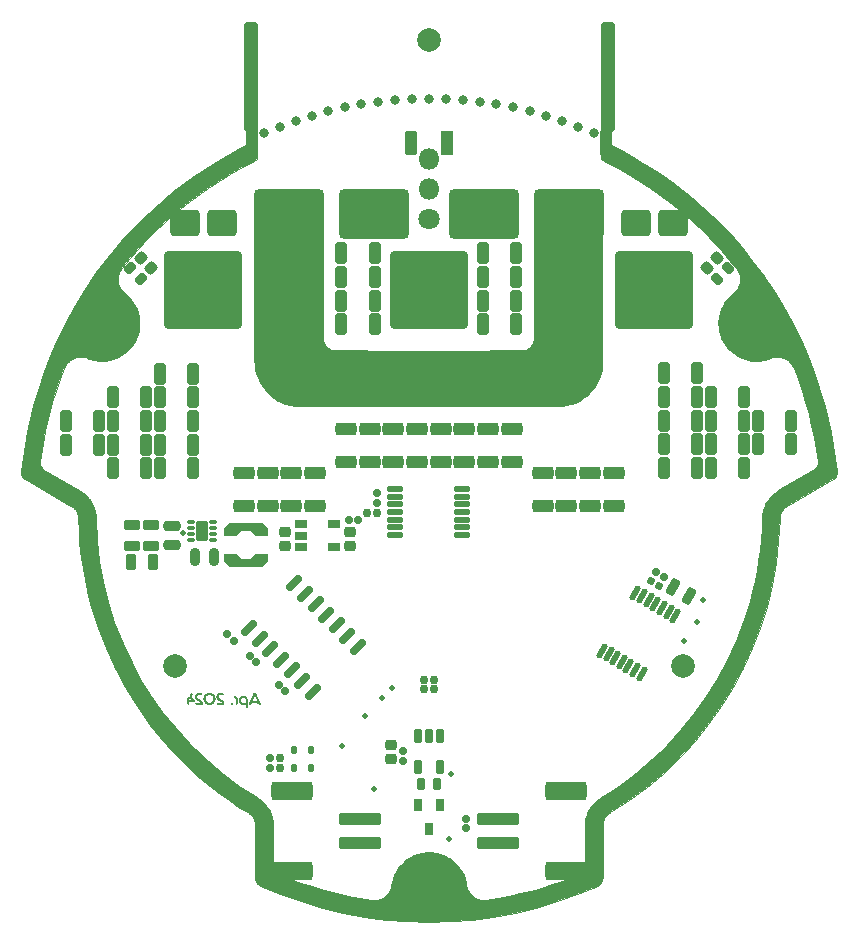
<source format=gbr>
%TF.GenerationSoftware,KiCad,Pcbnew,7.0.6*%
%TF.CreationDate,2024-04-14T17:53:18+02:00*%
%TF.ProjectId,amulet_controller,616d756c-6574-45f6-936f-6e74726f6c6c,1.1*%
%TF.SameCoordinates,Original*%
%TF.FileFunction,Soldermask,Bot*%
%TF.FilePolarity,Negative*%
%FSLAX46Y46*%
G04 Gerber Fmt 4.6, Leading zero omitted, Abs format (unit mm)*
G04 Created by KiCad (PCBNEW 7.0.6) date 2024-04-14 17:53:18*
%MOMM*%
%LPD*%
G01*
G04 APERTURE LIST*
G04 Aperture macros list*
%AMRoundRect*
0 Rectangle with rounded corners*
0 $1 Rounding radius*
0 $2 $3 $4 $5 $6 $7 $8 $9 X,Y pos of 4 corners*
0 Add a 4 corners polygon primitive as box body*
4,1,4,$2,$3,$4,$5,$6,$7,$8,$9,$2,$3,0*
0 Add four circle primitives for the rounded corners*
1,1,$1+$1,$2,$3*
1,1,$1+$1,$4,$5*
1,1,$1+$1,$6,$7*
1,1,$1+$1,$8,$9*
0 Add four rect primitives between the rounded corners*
20,1,$1+$1,$2,$3,$4,$5,0*
20,1,$1+$1,$4,$5,$6,$7,0*
20,1,$1+$1,$6,$7,$8,$9,0*
20,1,$1+$1,$8,$9,$2,$3,0*%
%AMFreePoly0*
4,1,23,0.785355,1.885355,0.800000,1.850000,0.800000,0.885000,0.785355,0.849645,0.785137,0.849428,0.350000,0.419609,0.350000,-0.419609,0.785137,-0.849428,0.799999,-0.884693,0.800000,-0.885000,0.800000,-1.850000,0.785355,-1.885355,0.750000,-1.900000,0.225000,-1.900000,0.189645,-1.885355,-0.335355,-1.360355,-0.350000,-1.325000,-0.350000,1.325000,-0.335355,1.360355,0.189645,1.885355,
0.225000,1.900000,0.750000,1.900000,0.785355,1.885355,0.785355,1.885355,$1*%
G04 Aperture macros list end*
%ADD10C,0.100000*%
%ADD11C,1.000000*%
%ADD12C,0.160000*%
%ADD13C,0.800000*%
%ADD14C,0.900000*%
%ADD15C,5.400000*%
%ADD16C,1.800000*%
%ADD17O,1.800000X1.800000*%
%ADD18RoundRect,0.375000X2.925000X2.925000X-2.925000X2.925000X-2.925000X-2.925000X2.925000X-2.925000X0*%
%ADD19RoundRect,0.375000X-2.925000X-2.925000X2.925000X-2.925000X2.925000X2.925000X-2.925000X2.925000X0*%
%ADD20RoundRect,0.200000X-0.150000X0.350000X-0.150000X-0.350000X0.150000X-0.350000X0.150000X0.350000X0*%
%ADD21RoundRect,0.256521X-0.268479X-0.643479X0.268479X-0.643479X0.268479X0.643479X-0.268479X0.643479X0*%
%ADD22RoundRect,0.180000X0.130000X-0.130000X0.130000X0.130000X-0.130000X0.130000X-0.130000X-0.130000X0*%
%ADD23RoundRect,0.300000X-1.500000X0.250000X-1.500000X-0.250000X1.500000X-0.250000X1.500000X0.250000X0*%
%ADD24RoundRect,0.300000X-1.450000X0.500000X-1.450000X-0.500000X1.450000X-0.500000X1.450000X0.500000X0*%
%ADD25C,0.499980*%
%ADD26RoundRect,0.212500X-0.318198X-0.088388X-0.088388X-0.318198X0.318198X0.088388X0.088388X0.318198X0*%
%ADD27RoundRect,0.256521X0.268479X0.643479X-0.268479X0.643479X-0.268479X-0.643479X0.268479X-0.643479X0*%
%ADD28RoundRect,0.187500X-0.137500X-0.137500X0.137500X-0.137500X0.137500X0.137500X-0.137500X0.137500X0*%
%ADD29RoundRect,0.372500X0.902500X0.752500X-0.902500X0.752500X-0.902500X-0.752500X0.902500X-0.752500X0*%
%ADD30RoundRect,0.237500X-0.462500X0.187500X-0.462500X-0.187500X0.462500X-0.187500X0.462500X0.187500X0*%
%ADD31FreePoly0,270.000000*%
%ADD32FreePoly0,90.000000*%
%ADD33RoundRect,0.256521X-0.643479X0.268479X-0.643479X-0.268479X0.643479X-0.268479X0.643479X0.268479X0*%
%ADD34RoundRect,0.225000X0.175000X0.500000X-0.175000X0.500000X-0.175000X-0.500000X0.175000X-0.500000X0*%
%ADD35RoundRect,0.200000X-0.350000X-0.150000X0.350000X-0.150000X0.350000X0.150000X-0.350000X0.150000X0*%
%ADD36RoundRect,0.212500X-0.088388X0.318198X-0.318198X0.088388X0.088388X-0.318198X0.318198X-0.088388X0*%
%ADD37RoundRect,0.465000X2.510000X1.660000X-2.510000X1.660000X-2.510000X-1.660000X2.510000X-1.660000X0*%
%ADD38RoundRect,0.050000X0.450000X1.000000X-0.450000X1.000000X-0.450000X-1.000000X0.450000X-1.000000X0*%
%ADD39RoundRect,0.187500X0.335876X0.530330X-0.530330X-0.335876X-0.335876X-0.530330X0.530330X0.335876X0*%
%ADD40RoundRect,0.187500X0.187828X0.050328X-0.050328X0.187828X-0.187828X-0.050328X0.050328X-0.187828X0*%
%ADD41RoundRect,0.237500X0.262500X-0.187500X0.262500X0.187500X-0.262500X0.187500X-0.262500X-0.187500X0*%
%ADD42RoundRect,0.180000X-0.130000X-0.130000X0.130000X-0.130000X0.130000X0.130000X-0.130000X0.130000X0*%
%ADD43RoundRect,0.150000X0.517500X0.100000X-0.517500X0.100000X-0.517500X-0.100000X0.517500X-0.100000X0*%
%ADD44RoundRect,0.140000X0.360000X0.910000X-0.360000X0.910000X-0.360000X-0.910000X0.360000X-0.910000X0*%
%ADD45C,2.000000*%
%ADD46RoundRect,0.150000X-0.100000X0.200000X-0.100000X-0.200000X0.100000X-0.200000X0.100000X0.200000X0*%
%ADD47RoundRect,0.180000X-0.183848X0.000000X0.000000X-0.183848X0.183848X0.000000X0.000000X0.183848X0*%
%ADD48RoundRect,0.187500X-0.194454X0.000000X0.000000X-0.194454X0.194454X0.000000X0.000000X0.194454X0*%
%ADD49RoundRect,0.212500X0.162500X0.287500X-0.162500X0.287500X-0.162500X-0.287500X0.162500X-0.287500X0*%
%ADD50RoundRect,0.187500X0.137500X0.137500X-0.137500X0.137500X-0.137500X-0.137500X0.137500X-0.137500X0*%
%ADD51RoundRect,0.237500X0.462500X-0.187500X0.462500X0.187500X-0.462500X0.187500X-0.462500X-0.187500X0*%
%ADD52RoundRect,0.225000X-0.500000X0.175000X-0.500000X-0.175000X0.500000X-0.175000X0.500000X0.175000X0*%
%ADD53RoundRect,0.187500X0.137500X-0.137500X0.137500X0.137500X-0.137500X0.137500X-0.137500X-0.137500X0*%
%ADD54RoundRect,0.150000X-0.172147X-0.498168X0.345353X0.398168X0.172147X0.498168X-0.345353X-0.398168X0*%
%ADD55RoundRect,0.112500X-0.187500X-0.062500X0.187500X-0.062500X0.187500X0.062500X-0.187500X0.062500X0*%
%ADD56RoundRect,0.140000X-0.360000X-0.710000X0.360000X-0.710000X0.360000X0.710000X-0.360000X0.710000X0*%
%ADD57RoundRect,0.372500X-0.902500X-0.752500X0.902500X-0.752500X0.902500X0.752500X-0.902500X0.752500X0*%
%ADD58RoundRect,0.225000X-0.401554X-0.345513X-0.098446X-0.520513X0.401554X0.345513X0.098446X0.520513X0*%
%ADD59RoundRect,0.237500X-0.318198X-0.053033X-0.053033X-0.318198X0.318198X0.053033X0.053033X0.318198X0*%
%ADD60RoundRect,0.237500X-0.053033X0.318198X-0.318198X0.053033X0.053033X-0.318198X0.318198X-0.053033X0*%
%ADD61RoundRect,0.200000X-0.150000X0.375000X-0.150000X-0.375000X0.150000X-0.375000X0.150000X0.375000X0*%
%ADD62RoundRect,0.300000X1.500000X-0.250000X1.500000X0.250000X-1.500000X0.250000X-1.500000X-0.250000X0*%
%ADD63RoundRect,0.300000X1.450000X-0.500000X1.450000X0.500000X-1.450000X0.500000X-1.450000X-0.500000X0*%
%ADD64RoundRect,0.237500X0.187500X0.462500X-0.187500X0.462500X-0.187500X-0.462500X0.187500X-0.462500X0*%
%ADD65RoundRect,0.180000X-0.130000X0.130000X-0.130000X-0.130000X0.130000X-0.130000X0.130000X0.130000X0*%
%ADD66RoundRect,0.180000X0.177583X0.047583X-0.047583X0.177583X-0.177583X-0.047583X0.047583X-0.177583X0*%
G04 APERTURE END LIST*
D10*
X133950000Y-60150000D02*
X133672119Y-60290158D01*
X132668153Y-60812772D01*
X131682582Y-61369300D01*
X130716551Y-61959094D01*
X129771183Y-62581471D01*
X128847576Y-63235706D01*
X127946804Y-63921039D01*
X127069912Y-64636675D01*
X126217921Y-65381781D01*
X125391819Y-66155493D01*
X124965302Y-66566249D01*
X124501763Y-67042061D01*
X123806609Y-67791228D01*
X123134543Y-68561815D01*
X122486065Y-69353301D01*
X122440982Y-69413091D01*
X122399113Y-69474781D01*
X122360496Y-69538242D01*
X122325177Y-69603334D01*
X122293183Y-69669937D01*
X122264557Y-69737912D01*
X122239334Y-69807133D01*
X122217548Y-69877466D01*
X122199241Y-69948787D01*
X122184444Y-70020962D01*
X122173207Y-70093854D01*
X122165548Y-70167342D01*
X122161509Y-70241287D01*
X122161145Y-70315572D01*
X122164468Y-70390052D01*
X122171529Y-70464602D01*
X122182304Y-70538717D01*
X122196687Y-70611871D01*
X122214617Y-70683956D01*
X122236022Y-70754856D01*
X122260846Y-70824451D01*
X122289013Y-70892616D01*
X122320456Y-70959241D01*
X122355113Y-71024213D01*
X122392919Y-71087392D01*
X122433802Y-71148685D01*
X122477692Y-71207968D01*
X122524532Y-71265107D01*
X122574249Y-71320004D01*
X122626774Y-71372526D01*
X122682047Y-71422567D01*
X122740000Y-71470000D01*
X122615302Y-71641249D01*
X120075016Y-70100963D01*
X120351810Y-69687753D01*
X121020575Y-68791975D01*
X121717666Y-67918415D01*
X122442525Y-67067762D01*
X123194590Y-66240680D01*
X123973307Y-65437851D01*
X124778126Y-64659953D01*
X125608477Y-63907658D01*
X126463814Y-63181644D01*
X127123326Y-62657587D01*
X127655453Y-62258727D01*
X128584550Y-61584382D01*
X129535446Y-60941141D01*
X130507100Y-60329707D01*
X131498449Y-59750751D01*
X132508407Y-59204906D01*
X133050000Y-58930000D01*
X133050000Y-57750000D01*
X133950000Y-57750000D01*
X133950000Y-60150000D01*
G36*
X133950000Y-60150000D02*
G01*
X133672119Y-60290158D01*
X132668153Y-60812772D01*
X131682582Y-61369300D01*
X130716551Y-61959094D01*
X129771183Y-62581471D01*
X128847576Y-63235706D01*
X127946804Y-63921039D01*
X127069912Y-64636675D01*
X126217921Y-65381781D01*
X125391819Y-66155493D01*
X124965302Y-66566249D01*
X124501763Y-67042061D01*
X123806609Y-67791228D01*
X123134543Y-68561815D01*
X122486065Y-69353301D01*
X122440982Y-69413091D01*
X122399113Y-69474781D01*
X122360496Y-69538242D01*
X122325177Y-69603334D01*
X122293183Y-69669937D01*
X122264557Y-69737912D01*
X122239334Y-69807133D01*
X122217548Y-69877466D01*
X122199241Y-69948787D01*
X122184444Y-70020962D01*
X122173207Y-70093854D01*
X122165548Y-70167342D01*
X122161509Y-70241287D01*
X122161145Y-70315572D01*
X122164468Y-70390052D01*
X122171529Y-70464602D01*
X122182304Y-70538717D01*
X122196687Y-70611871D01*
X122214617Y-70683956D01*
X122236022Y-70754856D01*
X122260846Y-70824451D01*
X122289013Y-70892616D01*
X122320456Y-70959241D01*
X122355113Y-71024213D01*
X122392919Y-71087392D01*
X122433802Y-71148685D01*
X122477692Y-71207968D01*
X122524532Y-71265107D01*
X122574249Y-71320004D01*
X122626774Y-71372526D01*
X122682047Y-71422567D01*
X122740000Y-71470000D01*
X122615302Y-71641249D01*
X120075016Y-70100963D01*
X120351810Y-69687753D01*
X121020575Y-68791975D01*
X121717666Y-67918415D01*
X122442525Y-67067762D01*
X123194590Y-66240680D01*
X123973307Y-65437851D01*
X124778126Y-64659953D01*
X125608477Y-63907658D01*
X126463814Y-63181644D01*
X127123326Y-62657587D01*
X127655453Y-62258727D01*
X128584550Y-61584382D01*
X129535446Y-60941141D01*
X130507100Y-60329707D01*
X131498449Y-59750751D01*
X132508407Y-59204906D01*
X133050000Y-58930000D01*
X133050000Y-57750000D01*
X133950000Y-57750000D01*
X133950000Y-60150000D01*
G37*
X133950000Y-48700000D02*
X133950000Y-58650000D01*
X132850000Y-57550000D01*
X132850000Y-48700000D01*
X133000000Y-48550000D01*
X133800000Y-48550000D01*
X133950000Y-48700000D01*
G36*
X133950000Y-48700000D02*
G01*
X133950000Y-58650000D01*
X132850000Y-57550000D01*
X132850000Y-48700000D01*
X133000000Y-48550000D01*
X133800000Y-48550000D01*
X133950000Y-48700000D01*
G37*
D11*
X156400400Y-76820100D02*
G75*
G03*
X157900400Y-75320100I0J1500000D01*
G01*
X139100400Y-75320100D02*
G75*
G03*
X140600400Y-76820100I1500000J0D01*
G01*
D10*
X164150000Y-48700000D02*
X164150000Y-57550000D01*
X163050000Y-58650000D01*
X163050000Y-48700000D01*
X163200000Y-48550000D01*
X164000000Y-48550000D01*
X164150000Y-48700000D01*
G36*
X164150000Y-48700000D02*
G01*
X164150000Y-57550000D01*
X163050000Y-58650000D01*
X163050000Y-48700000D01*
X163200000Y-48550000D01*
X164000000Y-48550000D01*
X164150000Y-48700000D01*
G37*
X177458763Y-70882106D02*
X178062591Y-71829744D01*
X178634547Y-72794916D01*
X179174316Y-73776787D01*
X179681602Y-74774541D01*
X180156088Y-75787358D01*
X180597474Y-76814415D01*
X181005450Y-77854889D01*
X181379710Y-78907968D01*
X181719951Y-79972815D01*
X182025863Y-81048623D01*
X182297133Y-82134559D01*
X182533465Y-83229809D01*
X182734545Y-84333556D01*
X182900067Y-85444970D01*
X183029727Y-86563236D01*
X183032940Y-86614418D01*
X183032422Y-86665208D01*
X183028264Y-86715437D01*
X183020560Y-86764926D01*
X183009387Y-86813509D01*
X182994841Y-86861007D01*
X182977012Y-86907261D01*
X182955981Y-86952082D01*
X182931836Y-86995314D01*
X182904675Y-87036778D01*
X182874577Y-87076298D01*
X182841634Y-87113706D01*
X182805934Y-87148834D01*
X182767564Y-87181506D01*
X182726614Y-87211550D01*
X182683172Y-87238793D01*
X178844883Y-89454809D01*
X178808318Y-89476725D01*
X178772637Y-89499727D01*
X178737855Y-89523786D01*
X178703997Y-89548876D01*
X178671067Y-89574966D01*
X178639089Y-89602033D01*
X178608078Y-89630045D01*
X178578047Y-89658975D01*
X178549020Y-89688796D01*
X178521008Y-89719477D01*
X178494031Y-89750998D01*
X178468098Y-89783319D01*
X178443233Y-89816426D01*
X178419449Y-89850279D01*
X178396764Y-89884857D01*
X178375195Y-89920133D01*
X178354758Y-89956070D01*
X178335465Y-89992651D01*
X178317337Y-90029846D01*
X178300393Y-90067615D01*
X178284644Y-90105949D01*
X178270109Y-90144808D01*
X178256804Y-90184167D01*
X178244749Y-90223996D01*
X178233951Y-90264274D01*
X178224435Y-90304966D01*
X178216215Y-90346049D01*
X178209308Y-90387487D01*
X178203730Y-90429261D01*
X178199495Y-90471337D01*
X178196627Y-90513695D01*
X178195133Y-90556299D01*
X178098398Y-92460799D01*
X177881777Y-94341352D01*
X177548079Y-96193108D01*
X177100094Y-98011212D01*
X176540626Y-99790822D01*
X175872471Y-101527082D01*
X175098438Y-103215143D01*
X174221321Y-104850154D01*
X173243924Y-106427271D01*
X172169039Y-107941638D01*
X170999473Y-109388405D01*
X169738025Y-110762726D01*
X168387496Y-112059751D01*
X166950683Y-113274623D01*
X165430387Y-114402497D01*
X163829410Y-115438524D01*
X163793256Y-115461120D01*
X163758012Y-115484783D01*
X163723684Y-115509494D01*
X163690298Y-115535213D01*
X163657864Y-115561915D01*
X163626396Y-115589577D01*
X163595909Y-115618165D01*
X163566428Y-115647653D01*
X163537961Y-115678011D01*
X163510526Y-115709211D01*
X163484138Y-115741228D01*
X163458818Y-115774033D01*
X163434578Y-115807597D01*
X163411429Y-115841892D01*
X163368488Y-115912559D01*
X163330121Y-115985811D01*
X163312694Y-116023335D01*
X163296457Y-116061421D01*
X163281428Y-116100040D01*
X163267622Y-116139163D01*
X163255055Y-116178765D01*
X163243745Y-116218816D01*
X163233702Y-116259286D01*
X163224949Y-116300147D01*
X163217501Y-116341376D01*
X163211370Y-116382940D01*
X163206573Y-116424809D01*
X163203129Y-116466960D01*
X163201047Y-116509365D01*
X163200353Y-116551990D01*
X163200352Y-120984023D01*
X163198483Y-121035271D01*
X163192941Y-121085760D01*
X163183832Y-121135332D01*
X163171262Y-121183814D01*
X163155337Y-121231046D01*
X163136159Y-121276875D01*
X163113834Y-121321130D01*
X163088466Y-121363653D01*
X163060162Y-121404278D01*
X163029024Y-121442843D01*
X162995158Y-121479189D01*
X162958668Y-121513149D01*
X162919661Y-121544571D01*
X162878244Y-121573280D01*
X162834511Y-121599121D01*
X162788582Y-121621926D01*
X161070547Y-122343388D01*
X159325314Y-122968649D01*
X157556766Y-123497721D01*
X155768791Y-123930597D01*
X153965275Y-124267278D01*
X152150103Y-124507764D01*
X150327157Y-124652055D01*
X148500328Y-124700152D01*
X146673502Y-124652053D01*
X144850556Y-124507763D01*
X143035385Y-124267276D01*
X141231870Y-123930594D01*
X139443899Y-123497717D01*
X137675357Y-122968646D01*
X135930128Y-122343382D01*
X134212101Y-121621920D01*
X134188866Y-121610902D01*
X134166167Y-121599110D01*
X134144022Y-121586562D01*
X134122439Y-121573272D01*
X134101433Y-121559269D01*
X134081022Y-121544563D01*
X134061208Y-121529181D01*
X134042016Y-121513146D01*
X134023449Y-121496471D01*
X134005528Y-121479179D01*
X133988261Y-121461296D01*
X133971663Y-121442836D01*
X133955747Y-121423817D01*
X133940528Y-121404271D01*
X133926017Y-121384204D01*
X133912227Y-121363644D01*
X133899170Y-121342612D01*
X133886863Y-121321120D01*
X133875315Y-121299200D01*
X133864544Y-121276867D01*
X133854553Y-121254142D01*
X133845363Y-121231042D01*
X133836989Y-121207591D01*
X133829440Y-121183808D01*
X133822731Y-121159714D01*
X133816876Y-121135327D01*
X133811880Y-121110670D01*
X133807770Y-121085761D01*
X133804546Y-121060622D01*
X133802226Y-121035273D01*
X133800827Y-121009730D01*
X133800358Y-120984026D01*
X133800358Y-116551989D01*
X133797582Y-116466962D01*
X133789341Y-116382938D01*
X133775759Y-116300153D01*
X133756965Y-116218816D01*
X133733087Y-116139163D01*
X133704253Y-116061419D01*
X133670590Y-115985812D01*
X133632223Y-115912558D01*
X133589284Y-115841891D01*
X133541896Y-115774033D01*
X133490191Y-115709213D01*
X133434294Y-115647650D01*
X133374332Y-115589572D01*
X133310431Y-115535212D01*
X133242722Y-115484789D01*
X133171330Y-115438524D01*
X132360930Y-114932297D01*
X131570352Y-114402497D01*
X130799944Y-113849737D01*
X130050056Y-113274622D01*
X129321040Y-112677757D01*
X128613242Y-112059748D01*
X127927016Y-111421200D01*
X127262707Y-110762725D01*
X126001260Y-109388405D01*
X124831692Y-107941637D01*
X123756806Y-106427270D01*
X122779401Y-104850153D01*
X121902283Y-103215141D01*
X121128247Y-101527079D01*
X120460090Y-99790821D01*
X119900622Y-98011212D01*
X119662518Y-97106668D01*
X119452635Y-96193106D01*
X119271321Y-95271135D01*
X119118931Y-94341352D01*
X118995810Y-93404373D01*
X118902315Y-92460799D01*
X118838780Y-91511241D01*
X118805574Y-90556299D01*
X118801209Y-90471342D01*
X118791395Y-90387490D01*
X118776262Y-90304966D01*
X118755948Y-90223998D01*
X118730587Y-90144808D01*
X118700301Y-90067617D01*
X118665229Y-89992651D01*
X118625497Y-89920131D01*
X118581243Y-89850280D01*
X118532596Y-89783321D01*
X118479685Y-89719477D01*
X118422642Y-89658975D01*
X118361602Y-89602033D01*
X118296694Y-89548876D01*
X118228048Y-89499727D01*
X118155796Y-89454809D01*
X114317542Y-87238795D01*
X114295508Y-87225533D01*
X114274090Y-87211550D01*
X114253295Y-87196866D01*
X114233135Y-87181506D01*
X114213620Y-87165488D01*
X114194761Y-87148835D01*
X114176569Y-87131565D01*
X114159060Y-87113706D01*
X114142235Y-87095278D01*
X114126115Y-87076297D01*
X114110702Y-87056790D01*
X114096013Y-87036774D01*
X114082059Y-87016275D01*
X114068849Y-86995313D01*
X114056395Y-86973911D01*
X114044710Y-86952088D01*
X114033798Y-86929863D01*
X114023678Y-86907261D01*
X114014359Y-86884305D01*
X114005847Y-86861011D01*
X113998159Y-86837411D01*
X113991303Y-86813513D01*
X113985294Y-86789345D01*
X113980134Y-86764931D01*
X113975841Y-86740289D01*
X113972429Y-86715440D01*
X113969901Y-86690410D01*
X113968277Y-86665216D01*
X113967561Y-86639881D01*
X113967764Y-86614426D01*
X113968902Y-86588873D01*
X113970980Y-86563243D01*
X114100630Y-85444979D01*
X114266146Y-84333564D01*
X114467218Y-83229818D01*
X114703545Y-82134564D01*
X114974813Y-81048624D01*
X115280721Y-79972821D01*
X115620959Y-78907970D01*
X115995221Y-77854894D01*
X116403200Y-76814419D01*
X116844583Y-75787362D01*
X117319073Y-74774545D01*
X117826360Y-73776790D01*
X118366129Y-72794918D01*
X118938085Y-71829751D01*
X119541918Y-70882105D01*
X120177311Y-69952810D01*
X122387546Y-71228872D01*
X122521466Y-71310562D01*
X122650043Y-71397784D01*
X122773199Y-71490291D01*
X122890868Y-71587856D01*
X123002971Y-71690235D01*
X123109447Y-71797194D01*
X123210209Y-71908493D01*
X123305191Y-72023894D01*
X123394324Y-72143160D01*
X123477526Y-72266057D01*
X123554735Y-72392339D01*
X123625873Y-72521771D01*
X123690868Y-72654119D01*
X123749645Y-72789146D01*
X123802140Y-72926605D01*
X123848268Y-73066272D01*
X123887970Y-73207900D01*
X123921161Y-73351248D01*
X123947774Y-73496087D01*
X123967738Y-73642174D01*
X123980980Y-73789275D01*
X123987427Y-73937148D01*
X123987001Y-74085560D01*
X123979636Y-74234269D01*
X123965259Y-74383039D01*
X123943795Y-74531631D01*
X123915173Y-74679810D01*
X123879319Y-74827335D01*
X123836161Y-74973973D01*
X123785629Y-75119481D01*
X123727647Y-75263619D01*
X123662143Y-75406157D01*
X123589835Y-75545368D01*
X123511649Y-75679624D01*
X123427807Y-75808842D01*
X123338548Y-75932927D01*
X123244105Y-76051794D01*
X123144704Y-76165357D01*
X123040584Y-76273520D01*
X122931975Y-76376203D01*
X122819107Y-76473306D01*
X122702213Y-76564749D01*
X122581530Y-76650442D01*
X122457284Y-76730296D01*
X122329709Y-76804221D01*
X122199038Y-76872127D01*
X122065501Y-76933931D01*
X121929336Y-76989540D01*
X121790770Y-77038865D01*
X121650035Y-77081818D01*
X121507365Y-77118311D01*
X121362992Y-77148255D01*
X121217149Y-77171563D01*
X121070067Y-77188139D01*
X120921976Y-77197905D01*
X120773113Y-77200766D01*
X120623706Y-77196634D01*
X120473988Y-77185419D01*
X120324194Y-77167036D01*
X120174554Y-77141397D01*
X120025307Y-77108402D01*
X119876671Y-77067977D01*
X119728888Y-77020027D01*
X119582189Y-76964466D01*
X119512133Y-76937998D01*
X119441164Y-76915152D01*
X119369415Y-76895928D01*
X119297020Y-76880318D01*
X119224117Y-76868328D01*
X119150841Y-76859956D01*
X119077327Y-76855199D01*
X119003708Y-76854056D01*
X118930123Y-76856524D01*
X118856705Y-76862607D01*
X118783592Y-76872298D01*
X118710916Y-76885596D01*
X118638814Y-76902508D01*
X118567424Y-76923022D01*
X118496877Y-76947145D01*
X118427309Y-76974872D01*
X118359213Y-77006032D01*
X118293042Y-77040390D01*
X118228896Y-77077848D01*
X118166869Y-77118318D01*
X118107051Y-77161691D01*
X118049538Y-77207879D01*
X117994434Y-77256773D01*
X117941818Y-77308288D01*
X117891795Y-77362322D01*
X117844457Y-77418777D01*
X117799898Y-77477551D01*
X117758213Y-77538557D01*
X117719497Y-77601695D01*
X117683845Y-77666866D01*
X117651346Y-77733966D01*
X117622106Y-77802907D01*
X117260894Y-78760252D01*
X116929587Y-79727570D01*
X116628354Y-80704173D01*
X116357394Y-81689351D01*
X116116872Y-82682398D01*
X115906983Y-83682618D01*
X115727900Y-84689300D01*
X115579807Y-85701744D01*
X115574598Y-85757989D01*
X115573619Y-85813890D01*
X115576770Y-85869253D01*
X115583955Y-85923874D01*
X115595074Y-85977555D01*
X115610021Y-86030086D01*
X115628708Y-86081280D01*
X115651027Y-86130926D01*
X115676882Y-86178824D01*
X115706176Y-86224780D01*
X115738806Y-86268585D01*
X115774669Y-86310042D01*
X115813672Y-86348951D01*
X115855715Y-86385107D01*
X115900696Y-86418315D01*
X115948520Y-86448367D01*
X118905826Y-88155772D01*
X118984587Y-88202977D01*
X119061438Y-88252518D01*
X119136351Y-88304336D01*
X119209288Y-88358373D01*
X119280213Y-88414570D01*
X119349092Y-88472864D01*
X119415886Y-88533197D01*
X119480564Y-88595508D01*
X119543088Y-88659736D01*
X119603424Y-88725823D01*
X119661537Y-88793709D01*
X119717386Y-88863330D01*
X119770946Y-88934630D01*
X119822172Y-89007551D01*
X119871031Y-89082022D01*
X119917490Y-89157996D01*
X119961517Y-89235406D01*
X120003065Y-89314193D01*
X120042109Y-89394302D01*
X120078610Y-89475661D01*
X120112530Y-89558219D01*
X120143841Y-89641919D01*
X120172497Y-89726691D01*
X120198471Y-89812482D01*
X120221727Y-89899230D01*
X120242221Y-89986873D01*
X120259930Y-90075356D01*
X120274812Y-90164614D01*
X120286831Y-90254587D01*
X120295952Y-90345220D01*
X120302141Y-90436447D01*
X120305363Y-90528211D01*
X120397220Y-92336526D01*
X120602906Y-94122100D01*
X120919762Y-95880332D01*
X121345125Y-97606613D01*
X121876344Y-99296341D01*
X122510755Y-100944911D01*
X123245700Y-102547715D01*
X124078522Y-104100155D01*
X125006563Y-105597617D01*
X126027158Y-107035500D01*
X127137653Y-108409199D01*
X128335395Y-109714111D01*
X129617716Y-110945626D01*
X130981962Y-112099142D01*
X132425471Y-113170056D01*
X133945591Y-114153757D01*
X134023449Y-114202426D01*
X134099359Y-114253398D01*
X134173284Y-114306611D01*
X134245195Y-114362006D01*
X134315054Y-114419521D01*
X134382826Y-114479095D01*
X134448479Y-114540668D01*
X134511978Y-114604176D01*
X134573290Y-114669566D01*
X134632374Y-114736773D01*
X134689203Y-114805733D01*
X134743741Y-114876389D01*
X134795953Y-114948680D01*
X134845805Y-115022544D01*
X134938289Y-115174751D01*
X135020922Y-115332524D01*
X135058456Y-115413348D01*
X135093427Y-115495381D01*
X135125796Y-115578561D01*
X135155529Y-115662825D01*
X135182597Y-115748122D01*
X135206956Y-115834386D01*
X135228585Y-115921550D01*
X135247437Y-116009564D01*
X135263482Y-116098362D01*
X135276690Y-116187884D01*
X135287019Y-116278066D01*
X135294440Y-116368853D01*
X135298918Y-116460180D01*
X135300419Y-116551989D01*
X135300417Y-119966802D01*
X135302538Y-120023239D01*
X135308812Y-120078801D01*
X135319108Y-120133283D01*
X135333305Y-120186514D01*
X135351278Y-120238300D01*
X135372905Y-120288456D01*
X135398057Y-120336802D01*
X135426611Y-120383140D01*
X135458449Y-120427290D01*
X135493436Y-120469065D01*
X135531459Y-120508278D01*
X135572387Y-120544743D01*
X135616095Y-120578278D01*
X135662460Y-120608687D01*
X135711358Y-120635792D01*
X135762667Y-120659405D01*
X136713495Y-121037370D01*
X137674837Y-121385620D01*
X138645988Y-121703958D01*
X139626247Y-121992186D01*
X140614916Y-122250112D01*
X141611292Y-122477546D01*
X142614674Y-122674284D01*
X143624363Y-122840139D01*
X143698693Y-122849288D01*
X143773062Y-122854697D01*
X143847330Y-122856407D01*
X143921371Y-122854449D01*
X143995050Y-122848854D01*
X144068234Y-122839654D01*
X144140801Y-122826891D01*
X144212608Y-122810585D01*
X144283531Y-122790779D01*
X144353431Y-122767505D01*
X144422187Y-122740793D01*
X144489661Y-122710678D01*
X144555718Y-122677195D01*
X144620237Y-122640373D01*
X144683079Y-122600250D01*
X144744114Y-122556855D01*
X144802903Y-122510472D01*
X144859063Y-122461438D01*
X144912524Y-122409866D01*
X144963219Y-122355879D01*
X145011076Y-122299583D01*
X145056030Y-122241107D01*
X145098006Y-122180562D01*
X145136940Y-122118065D01*
X145172762Y-122053736D01*
X145205404Y-121987684D01*
X145234792Y-121920036D01*
X145260864Y-121850898D01*
X145283545Y-121780397D01*
X145302769Y-121708647D01*
X145318466Y-121635762D01*
X145330573Y-121561858D01*
X145354382Y-121414665D01*
X145384676Y-121269986D01*
X145421292Y-121127956D01*
X145464062Y-120988720D01*
X145512830Y-120852417D01*
X145567430Y-120719192D01*
X145627692Y-120589188D01*
X145693467Y-120462540D01*
X145764582Y-120339399D01*
X145840879Y-120219899D01*
X145922190Y-120104188D01*
X146008359Y-119992406D01*
X146099217Y-119884691D01*
X146194604Y-119781188D01*
X146294356Y-119682039D01*
X146398315Y-119587387D01*
X146506313Y-119497371D01*
X146618187Y-119412136D01*
X146733778Y-119331818D01*
X146852919Y-119256568D01*
X146975450Y-119186523D01*
X147101207Y-119121821D01*
X147230025Y-119062610D01*
X147361750Y-119009027D01*
X147496208Y-118961219D01*
X147633242Y-118919324D01*
X147772687Y-118883484D01*
X147914383Y-118853844D01*
X148058167Y-118830545D01*
X148203872Y-118813726D01*
X148351337Y-118803528D01*
X148500400Y-118800100D01*
X148649465Y-118803530D01*
X148796931Y-118813726D01*
X148942637Y-118830548D01*
X149086419Y-118853845D01*
X149228114Y-118883489D01*
X149367562Y-118919324D01*
X149504596Y-118961219D01*
X149639058Y-119009027D01*
X149770776Y-119062609D01*
X149899601Y-119121821D01*
X150025360Y-119186517D01*
X150147891Y-119256568D01*
X150267034Y-119331823D01*
X150382627Y-119412133D01*
X150494502Y-119497371D01*
X150602502Y-119587387D01*
X150706459Y-119682039D01*
X150806219Y-119781187D01*
X150901607Y-119884691D01*
X150992464Y-119992404D01*
X151078634Y-120104189D01*
X151159945Y-120219898D01*
X151236243Y-120339400D01*
X151307363Y-120462542D01*
X151373136Y-120589188D01*
X151433402Y-120719190D01*
X151488002Y-120852418D01*
X151536765Y-120988722D01*
X151579539Y-121127956D01*
X151616154Y-121269985D01*
X151646450Y-121414669D01*
X151670259Y-121561855D01*
X151682363Y-121635760D01*
X151698061Y-121708643D01*
X151717285Y-121780397D01*
X151739966Y-121850898D01*
X151766034Y-121920033D01*
X151795419Y-121987684D01*
X151828060Y-122053733D01*
X151863880Y-122118065D01*
X151902812Y-122180564D01*
X151944789Y-122241108D01*
X151989741Y-122299585D01*
X152037599Y-122355878D01*
X152088295Y-122409867D01*
X152141759Y-122461438D01*
X152197920Y-122510475D01*
X152256716Y-122556859D01*
X152317754Y-122600250D01*
X152380593Y-122640374D01*
X152445107Y-122677195D01*
X152511168Y-122710676D01*
X152578642Y-122740793D01*
X152647397Y-122767504D01*
X152717295Y-122790781D01*
X152788217Y-122810585D01*
X152860020Y-122826889D01*
X152932580Y-122839656D01*
X153005762Y-122848854D01*
X153079434Y-122854450D01*
X153153465Y-122856408D01*
X153227728Y-122854699D01*
X153302085Y-122849287D01*
X153376409Y-122840142D01*
X154321649Y-122685827D01*
X155261460Y-122504436D01*
X156195263Y-122296123D01*
X157122486Y-122061037D01*
X158042548Y-121799338D01*
X158954880Y-121511175D01*
X159858897Y-121196714D01*
X160754032Y-120856099D01*
X160807013Y-120833878D01*
X160858813Y-120809805D01*
X160909394Y-120783916D01*
X160958727Y-120756266D01*
X161006783Y-120726901D01*
X161053524Y-120695867D01*
X161098919Y-120663217D01*
X161142934Y-120628995D01*
X161185538Y-120593251D01*
X161226697Y-120556034D01*
X161266378Y-120517392D01*
X161304551Y-120477371D01*
X161341180Y-120436022D01*
X161376233Y-120393392D01*
X161409679Y-120349531D01*
X161441482Y-120304481D01*
X161471613Y-120258298D01*
X161500037Y-120211027D01*
X161526721Y-120162717D01*
X161551631Y-120113412D01*
X161574744Y-120063166D01*
X161596009Y-120012026D01*
X161615410Y-119960039D01*
X161632907Y-119907253D01*
X161648469Y-119853715D01*
X161662060Y-119799472D01*
X161673653Y-119744580D01*
X161683209Y-119689079D01*
X161690700Y-119633024D01*
X161696094Y-119576457D01*
X161699351Y-119519432D01*
X161700444Y-119461989D01*
X161700446Y-116551991D01*
X161706423Y-116368855D01*
X161724170Y-116187887D01*
X161753423Y-116009569D01*
X161793899Y-115834390D01*
X161845325Y-115662831D01*
X161907427Y-115495383D01*
X161979930Y-115332532D01*
X162062561Y-115174759D01*
X162155045Y-115022552D01*
X162257107Y-114876398D01*
X162368473Y-114736780D01*
X162488871Y-114604187D01*
X162618025Y-114479099D01*
X162755655Y-114362013D01*
X162901499Y-114253405D01*
X163055270Y-114153760D01*
X163824740Y-113673098D01*
X164575389Y-113170058D01*
X165306887Y-112645213D01*
X166018900Y-112099145D01*
X166711098Y-111532421D01*
X167383144Y-110945628D01*
X168034714Y-110339335D01*
X168665466Y-109714111D01*
X169863203Y-108409201D01*
X170973702Y-107035502D01*
X171994296Y-105597619D01*
X172922337Y-104100154D01*
X173755157Y-102547718D01*
X174490099Y-100944915D01*
X175124508Y-99296343D01*
X175655719Y-97606614D01*
X175881801Y-96747755D01*
X176081084Y-95880329D01*
X176253240Y-95004923D01*
X176397935Y-94122100D01*
X176514838Y-93232442D01*
X176603613Y-92336525D01*
X176663938Y-91434923D01*
X176695469Y-90528213D01*
X176704877Y-90345222D01*
X176726023Y-90164617D01*
X176758606Y-89986877D01*
X176802360Y-89812486D01*
X176856993Y-89641924D01*
X176922223Y-89475666D01*
X176997766Y-89314199D01*
X177083341Y-89158000D01*
X177178658Y-89007554D01*
X177283444Y-88863335D01*
X177397407Y-88725828D01*
X177520267Y-88595512D01*
X177651739Y-88472867D01*
X177791545Y-88358379D01*
X177939393Y-88252518D01*
X178095006Y-88155776D01*
X181052250Y-86448366D01*
X181076510Y-86433744D01*
X181100072Y-86418311D01*
X181122922Y-86402087D01*
X181145052Y-86385104D01*
X181166445Y-86367381D01*
X181187093Y-86348946D01*
X181206977Y-86329821D01*
X181226092Y-86310037D01*
X181244425Y-86289615D01*
X181261950Y-86268580D01*
X181278676Y-86246958D01*
X181294578Y-86224773D01*
X181309643Y-86202053D01*
X181323863Y-86178816D01*
X181337224Y-86155100D01*
X181349711Y-86130920D01*
X181361319Y-86106302D01*
X181372024Y-86081272D01*
X181381827Y-86055858D01*
X181390706Y-86030082D01*
X181398651Y-86003974D01*
X181405648Y-85977547D01*
X181411693Y-85950839D01*
X181416763Y-85923870D01*
X181420852Y-85896664D01*
X181423948Y-85869250D01*
X181426028Y-85841648D01*
X181427094Y-85813885D01*
X181427126Y-85785994D01*
X181426113Y-85757986D01*
X181424042Y-85729895D01*
X181420902Y-85701747D01*
X181272813Y-84689305D01*
X181093728Y-83682621D01*
X180883837Y-82682404D01*
X180643319Y-81689349D01*
X180372353Y-80704171D01*
X180071124Y-79727567D01*
X179739816Y-78760245D01*
X179378605Y-77802905D01*
X179349365Y-77733960D01*
X179316874Y-77666857D01*
X179281225Y-77601689D01*
X179242513Y-77538554D01*
X179200833Y-77477546D01*
X179156277Y-77418767D01*
X179108941Y-77362310D01*
X179058922Y-77308278D01*
X179006311Y-77256763D01*
X178951204Y-77207863D01*
X178893698Y-77161678D01*
X178833885Y-77118306D01*
X178771857Y-77077837D01*
X178707716Y-77040379D01*
X178641553Y-77006017D01*
X178573458Y-76974856D01*
X178503893Y-76947131D01*
X178433344Y-76923010D01*
X178361950Y-76902497D01*
X178289846Y-76885586D01*
X178217167Y-76872285D01*
X178144046Y-76862594D01*
X178070624Y-76856517D01*
X177997032Y-76854045D01*
X177923408Y-76855190D01*
X177849887Y-76859947D01*
X177776609Y-76868322D01*
X177703700Y-76880313D01*
X177631298Y-76895921D01*
X177559547Y-76915151D01*
X177488576Y-76937997D01*
X177418522Y-76964467D01*
X177271822Y-77020032D01*
X177124038Y-77067982D01*
X176975406Y-77108408D01*
X176826152Y-77141398D01*
X176676510Y-77167041D01*
X176526716Y-77185424D01*
X176377001Y-77196635D01*
X176227592Y-77200770D01*
X176078724Y-77197910D01*
X175930636Y-77188145D01*
X175783552Y-77171566D01*
X175637704Y-77148259D01*
X175493334Y-77118317D01*
X175350662Y-77081825D01*
X175209923Y-77038868D01*
X175071356Y-76989546D01*
X174935189Y-76933936D01*
X174801652Y-76872133D01*
X174670980Y-76804226D01*
X174543404Y-76730302D01*
X174419157Y-76650447D01*
X174298471Y-76564755D01*
X174181577Y-76473313D01*
X174068711Y-76376206D01*
X173960098Y-76273525D01*
X173855978Y-76165360D01*
X173756577Y-76051800D01*
X173662134Y-75932930D01*
X173572873Y-75808846D01*
X173489031Y-75679629D01*
X173410840Y-75545371D01*
X173338535Y-75406160D01*
X173273032Y-75263622D01*
X173215050Y-75119480D01*
X173164517Y-74973973D01*
X173121360Y-74827337D01*
X173085508Y-74679811D01*
X173056888Y-74531636D01*
X173035422Y-74383038D01*
X173021046Y-74234270D01*
X173013683Y-74085561D01*
X173013262Y-73937148D01*
X173019707Y-73789274D01*
X173032949Y-73642176D01*
X173052914Y-73496087D01*
X173079528Y-73351250D01*
X173112725Y-73207898D01*
X173152424Y-73066270D01*
X173198556Y-72926606D01*
X173251047Y-72789140D01*
X173309830Y-72654120D01*
X173374827Y-72521770D01*
X173445967Y-72392335D01*
X173523176Y-72266054D01*
X173606383Y-72143158D01*
X173695513Y-72023893D01*
X173790498Y-71908494D01*
X173891262Y-71797195D01*
X173997731Y-71690238D01*
X174109839Y-71587853D01*
X174227509Y-71490290D01*
X174350667Y-71397781D01*
X174479241Y-71310564D01*
X174613164Y-71228873D01*
X176823370Y-69952803D01*
X177458763Y-70882106D01*
G36*
X177458763Y-70882106D02*
G01*
X178062591Y-71829744D01*
X178634547Y-72794916D01*
X179174316Y-73776787D01*
X179681602Y-74774541D01*
X180156088Y-75787358D01*
X180597474Y-76814415D01*
X181005450Y-77854889D01*
X181379710Y-78907968D01*
X181719951Y-79972815D01*
X182025863Y-81048623D01*
X182297133Y-82134559D01*
X182533465Y-83229809D01*
X182734545Y-84333556D01*
X182900067Y-85444970D01*
X183029727Y-86563236D01*
X183032940Y-86614418D01*
X183032422Y-86665208D01*
X183028264Y-86715437D01*
X183020560Y-86764926D01*
X183009387Y-86813509D01*
X182994841Y-86861007D01*
X182977012Y-86907261D01*
X182955981Y-86952082D01*
X182931836Y-86995314D01*
X182904675Y-87036778D01*
X182874577Y-87076298D01*
X182841634Y-87113706D01*
X182805934Y-87148834D01*
X182767564Y-87181506D01*
X182726614Y-87211550D01*
X182683172Y-87238793D01*
X178844883Y-89454809D01*
X178808318Y-89476725D01*
X178772637Y-89499727D01*
X178737855Y-89523786D01*
X178703997Y-89548876D01*
X178671067Y-89574966D01*
X178639089Y-89602033D01*
X178608078Y-89630045D01*
X178578047Y-89658975D01*
X178549020Y-89688796D01*
X178521008Y-89719477D01*
X178494031Y-89750998D01*
X178468098Y-89783319D01*
X178443233Y-89816426D01*
X178419449Y-89850279D01*
X178396764Y-89884857D01*
X178375195Y-89920133D01*
X178354758Y-89956070D01*
X178335465Y-89992651D01*
X178317337Y-90029846D01*
X178300393Y-90067615D01*
X178284644Y-90105949D01*
X178270109Y-90144808D01*
X178256804Y-90184167D01*
X178244749Y-90223996D01*
X178233951Y-90264274D01*
X178224435Y-90304966D01*
X178216215Y-90346049D01*
X178209308Y-90387487D01*
X178203730Y-90429261D01*
X178199495Y-90471337D01*
X178196627Y-90513695D01*
X178195133Y-90556299D01*
X178098398Y-92460799D01*
X177881777Y-94341352D01*
X177548079Y-96193108D01*
X177100094Y-98011212D01*
X176540626Y-99790822D01*
X175872471Y-101527082D01*
X175098438Y-103215143D01*
X174221321Y-104850154D01*
X173243924Y-106427271D01*
X172169039Y-107941638D01*
X170999473Y-109388405D01*
X169738025Y-110762726D01*
X168387496Y-112059751D01*
X166950683Y-113274623D01*
X165430387Y-114402497D01*
X163829410Y-115438524D01*
X163793256Y-115461120D01*
X163758012Y-115484783D01*
X163723684Y-115509494D01*
X163690298Y-115535213D01*
X163657864Y-115561915D01*
X163626396Y-115589577D01*
X163595909Y-115618165D01*
X163566428Y-115647653D01*
X163537961Y-115678011D01*
X163510526Y-115709211D01*
X163484138Y-115741228D01*
X163458818Y-115774033D01*
X163434578Y-115807597D01*
X163411429Y-115841892D01*
X163368488Y-115912559D01*
X163330121Y-115985811D01*
X163312694Y-116023335D01*
X163296457Y-116061421D01*
X163281428Y-116100040D01*
X163267622Y-116139163D01*
X163255055Y-116178765D01*
X163243745Y-116218816D01*
X163233702Y-116259286D01*
X163224949Y-116300147D01*
X163217501Y-116341376D01*
X163211370Y-116382940D01*
X163206573Y-116424809D01*
X163203129Y-116466960D01*
X163201047Y-116509365D01*
X163200353Y-116551990D01*
X163200352Y-120984023D01*
X163198483Y-121035271D01*
X163192941Y-121085760D01*
X163183832Y-121135332D01*
X163171262Y-121183814D01*
X163155337Y-121231046D01*
X163136159Y-121276875D01*
X163113834Y-121321130D01*
X163088466Y-121363653D01*
X163060162Y-121404278D01*
X163029024Y-121442843D01*
X162995158Y-121479189D01*
X162958668Y-121513149D01*
X162919661Y-121544571D01*
X162878244Y-121573280D01*
X162834511Y-121599121D01*
X162788582Y-121621926D01*
X161070547Y-122343388D01*
X159325314Y-122968649D01*
X157556766Y-123497721D01*
X155768791Y-123930597D01*
X153965275Y-124267278D01*
X152150103Y-124507764D01*
X150327157Y-124652055D01*
X148500328Y-124700152D01*
X146673502Y-124652053D01*
X144850556Y-124507763D01*
X143035385Y-124267276D01*
X141231870Y-123930594D01*
X139443899Y-123497717D01*
X137675357Y-122968646D01*
X135930128Y-122343382D01*
X134212101Y-121621920D01*
X134188866Y-121610902D01*
X134166167Y-121599110D01*
X134144022Y-121586562D01*
X134122439Y-121573272D01*
X134101433Y-121559269D01*
X134081022Y-121544563D01*
X134061208Y-121529181D01*
X134042016Y-121513146D01*
X134023449Y-121496471D01*
X134005528Y-121479179D01*
X133988261Y-121461296D01*
X133971663Y-121442836D01*
X133955747Y-121423817D01*
X133940528Y-121404271D01*
X133926017Y-121384204D01*
X133912227Y-121363644D01*
X133899170Y-121342612D01*
X133886863Y-121321120D01*
X133875315Y-121299200D01*
X133864544Y-121276867D01*
X133854553Y-121254142D01*
X133845363Y-121231042D01*
X133836989Y-121207591D01*
X133829440Y-121183808D01*
X133822731Y-121159714D01*
X133816876Y-121135327D01*
X133811880Y-121110670D01*
X133807770Y-121085761D01*
X133804546Y-121060622D01*
X133802226Y-121035273D01*
X133800827Y-121009730D01*
X133800358Y-120984026D01*
X133800358Y-116551989D01*
X133797582Y-116466962D01*
X133789341Y-116382938D01*
X133775759Y-116300153D01*
X133756965Y-116218816D01*
X133733087Y-116139163D01*
X133704253Y-116061419D01*
X133670590Y-115985812D01*
X133632223Y-115912558D01*
X133589284Y-115841891D01*
X133541896Y-115774033D01*
X133490191Y-115709213D01*
X133434294Y-115647650D01*
X133374332Y-115589572D01*
X133310431Y-115535212D01*
X133242722Y-115484789D01*
X133171330Y-115438524D01*
X132360930Y-114932297D01*
X131570352Y-114402497D01*
X130799944Y-113849737D01*
X130050056Y-113274622D01*
X129321040Y-112677757D01*
X128613242Y-112059748D01*
X127927016Y-111421200D01*
X127262707Y-110762725D01*
X126001260Y-109388405D01*
X124831692Y-107941637D01*
X123756806Y-106427270D01*
X122779401Y-104850153D01*
X121902283Y-103215141D01*
X121128247Y-101527079D01*
X120460090Y-99790821D01*
X119900622Y-98011212D01*
X119662518Y-97106668D01*
X119452635Y-96193106D01*
X119271321Y-95271135D01*
X119118931Y-94341352D01*
X118995810Y-93404373D01*
X118902315Y-92460799D01*
X118838780Y-91511241D01*
X118805574Y-90556299D01*
X118801209Y-90471342D01*
X118791395Y-90387490D01*
X118776262Y-90304966D01*
X118755948Y-90223998D01*
X118730587Y-90144808D01*
X118700301Y-90067617D01*
X118665229Y-89992651D01*
X118625497Y-89920131D01*
X118581243Y-89850280D01*
X118532596Y-89783321D01*
X118479685Y-89719477D01*
X118422642Y-89658975D01*
X118361602Y-89602033D01*
X118296694Y-89548876D01*
X118228048Y-89499727D01*
X118155796Y-89454809D01*
X114317542Y-87238795D01*
X114295508Y-87225533D01*
X114274090Y-87211550D01*
X114253295Y-87196866D01*
X114233135Y-87181506D01*
X114213620Y-87165488D01*
X114194761Y-87148835D01*
X114176569Y-87131565D01*
X114159060Y-87113706D01*
X114142235Y-87095278D01*
X114126115Y-87076297D01*
X114110702Y-87056790D01*
X114096013Y-87036774D01*
X114082059Y-87016275D01*
X114068849Y-86995313D01*
X114056395Y-86973911D01*
X114044710Y-86952088D01*
X114033798Y-86929863D01*
X114023678Y-86907261D01*
X114014359Y-86884305D01*
X114005847Y-86861011D01*
X113998159Y-86837411D01*
X113991303Y-86813513D01*
X113985294Y-86789345D01*
X113980134Y-86764931D01*
X113975841Y-86740289D01*
X113972429Y-86715440D01*
X113969901Y-86690410D01*
X113968277Y-86665216D01*
X113967561Y-86639881D01*
X113967764Y-86614426D01*
X113968902Y-86588873D01*
X113970980Y-86563243D01*
X114100630Y-85444979D01*
X114266146Y-84333564D01*
X114467218Y-83229818D01*
X114703545Y-82134564D01*
X114974813Y-81048624D01*
X115280721Y-79972821D01*
X115620959Y-78907970D01*
X115995221Y-77854894D01*
X116403200Y-76814419D01*
X116844583Y-75787362D01*
X117319073Y-74774545D01*
X117826360Y-73776790D01*
X118366129Y-72794918D01*
X118938085Y-71829751D01*
X119541918Y-70882105D01*
X120177311Y-69952810D01*
X122387546Y-71228872D01*
X122521466Y-71310562D01*
X122650043Y-71397784D01*
X122773199Y-71490291D01*
X122890868Y-71587856D01*
X123002971Y-71690235D01*
X123109447Y-71797194D01*
X123210209Y-71908493D01*
X123305191Y-72023894D01*
X123394324Y-72143160D01*
X123477526Y-72266057D01*
X123554735Y-72392339D01*
X123625873Y-72521771D01*
X123690868Y-72654119D01*
X123749645Y-72789146D01*
X123802140Y-72926605D01*
X123848268Y-73066272D01*
X123887970Y-73207900D01*
X123921161Y-73351248D01*
X123947774Y-73496087D01*
X123967738Y-73642174D01*
X123980980Y-73789275D01*
X123987427Y-73937148D01*
X123987001Y-74085560D01*
X123979636Y-74234269D01*
X123965259Y-74383039D01*
X123943795Y-74531631D01*
X123915173Y-74679810D01*
X123879319Y-74827335D01*
X123836161Y-74973973D01*
X123785629Y-75119481D01*
X123727647Y-75263619D01*
X123662143Y-75406157D01*
X123589835Y-75545368D01*
X123511649Y-75679624D01*
X123427807Y-75808842D01*
X123338548Y-75932927D01*
X123244105Y-76051794D01*
X123144704Y-76165357D01*
X123040584Y-76273520D01*
X122931975Y-76376203D01*
X122819107Y-76473306D01*
X122702213Y-76564749D01*
X122581530Y-76650442D01*
X122457284Y-76730296D01*
X122329709Y-76804221D01*
X122199038Y-76872127D01*
X122065501Y-76933931D01*
X121929336Y-76989540D01*
X121790770Y-77038865D01*
X121650035Y-77081818D01*
X121507365Y-77118311D01*
X121362992Y-77148255D01*
X121217149Y-77171563D01*
X121070067Y-77188139D01*
X120921976Y-77197905D01*
X120773113Y-77200766D01*
X120623706Y-77196634D01*
X120473988Y-77185419D01*
X120324194Y-77167036D01*
X120174554Y-77141397D01*
X120025307Y-77108402D01*
X119876671Y-77067977D01*
X119728888Y-77020027D01*
X119582189Y-76964466D01*
X119512133Y-76937998D01*
X119441164Y-76915152D01*
X119369415Y-76895928D01*
X119297020Y-76880318D01*
X119224117Y-76868328D01*
X119150841Y-76859956D01*
X119077327Y-76855199D01*
X119003708Y-76854056D01*
X118930123Y-76856524D01*
X118856705Y-76862607D01*
X118783592Y-76872298D01*
X118710916Y-76885596D01*
X118638814Y-76902508D01*
X118567424Y-76923022D01*
X118496877Y-76947145D01*
X118427309Y-76974872D01*
X118359213Y-77006032D01*
X118293042Y-77040390D01*
X118228896Y-77077848D01*
X118166869Y-77118318D01*
X118107051Y-77161691D01*
X118049538Y-77207879D01*
X117994434Y-77256773D01*
X117941818Y-77308288D01*
X117891795Y-77362322D01*
X117844457Y-77418777D01*
X117799898Y-77477551D01*
X117758213Y-77538557D01*
X117719497Y-77601695D01*
X117683845Y-77666866D01*
X117651346Y-77733966D01*
X117622106Y-77802907D01*
X117260894Y-78760252D01*
X116929587Y-79727570D01*
X116628354Y-80704173D01*
X116357394Y-81689351D01*
X116116872Y-82682398D01*
X115906983Y-83682618D01*
X115727900Y-84689300D01*
X115579807Y-85701744D01*
X115574598Y-85757989D01*
X115573619Y-85813890D01*
X115576770Y-85869253D01*
X115583955Y-85923874D01*
X115595074Y-85977555D01*
X115610021Y-86030086D01*
X115628708Y-86081280D01*
X115651027Y-86130926D01*
X115676882Y-86178824D01*
X115706176Y-86224780D01*
X115738806Y-86268585D01*
X115774669Y-86310042D01*
X115813672Y-86348951D01*
X115855715Y-86385107D01*
X115900696Y-86418315D01*
X115948520Y-86448367D01*
X118905826Y-88155772D01*
X118984587Y-88202977D01*
X119061438Y-88252518D01*
X119136351Y-88304336D01*
X119209288Y-88358373D01*
X119280213Y-88414570D01*
X119349092Y-88472864D01*
X119415886Y-88533197D01*
X119480564Y-88595508D01*
X119543088Y-88659736D01*
X119603424Y-88725823D01*
X119661537Y-88793709D01*
X119717386Y-88863330D01*
X119770946Y-88934630D01*
X119822172Y-89007551D01*
X119871031Y-89082022D01*
X119917490Y-89157996D01*
X119961517Y-89235406D01*
X120003065Y-89314193D01*
X120042109Y-89394302D01*
X120078610Y-89475661D01*
X120112530Y-89558219D01*
X120143841Y-89641919D01*
X120172497Y-89726691D01*
X120198471Y-89812482D01*
X120221727Y-89899230D01*
X120242221Y-89986873D01*
X120259930Y-90075356D01*
X120274812Y-90164614D01*
X120286831Y-90254587D01*
X120295952Y-90345220D01*
X120302141Y-90436447D01*
X120305363Y-90528211D01*
X120397220Y-92336526D01*
X120602906Y-94122100D01*
X120919762Y-95880332D01*
X121345125Y-97606613D01*
X121876344Y-99296341D01*
X122510755Y-100944911D01*
X123245700Y-102547715D01*
X124078522Y-104100155D01*
X125006563Y-105597617D01*
X126027158Y-107035500D01*
X127137653Y-108409199D01*
X128335395Y-109714111D01*
X129617716Y-110945626D01*
X130981962Y-112099142D01*
X132425471Y-113170056D01*
X133945591Y-114153757D01*
X134023449Y-114202426D01*
X134099359Y-114253398D01*
X134173284Y-114306611D01*
X134245195Y-114362006D01*
X134315054Y-114419521D01*
X134382826Y-114479095D01*
X134448479Y-114540668D01*
X134511978Y-114604176D01*
X134573290Y-114669566D01*
X134632374Y-114736773D01*
X134689203Y-114805733D01*
X134743741Y-114876389D01*
X134795953Y-114948680D01*
X134845805Y-115022544D01*
X134938289Y-115174751D01*
X135020922Y-115332524D01*
X135058456Y-115413348D01*
X135093427Y-115495381D01*
X135125796Y-115578561D01*
X135155529Y-115662825D01*
X135182597Y-115748122D01*
X135206956Y-115834386D01*
X135228585Y-115921550D01*
X135247437Y-116009564D01*
X135263482Y-116098362D01*
X135276690Y-116187884D01*
X135287019Y-116278066D01*
X135294440Y-116368853D01*
X135298918Y-116460180D01*
X135300419Y-116551989D01*
X135300417Y-119966802D01*
X135302538Y-120023239D01*
X135308812Y-120078801D01*
X135319108Y-120133283D01*
X135333305Y-120186514D01*
X135351278Y-120238300D01*
X135372905Y-120288456D01*
X135398057Y-120336802D01*
X135426611Y-120383140D01*
X135458449Y-120427290D01*
X135493436Y-120469065D01*
X135531459Y-120508278D01*
X135572387Y-120544743D01*
X135616095Y-120578278D01*
X135662460Y-120608687D01*
X135711358Y-120635792D01*
X135762667Y-120659405D01*
X136713495Y-121037370D01*
X137674837Y-121385620D01*
X138645988Y-121703958D01*
X139626247Y-121992186D01*
X140614916Y-122250112D01*
X141611292Y-122477546D01*
X142614674Y-122674284D01*
X143624363Y-122840139D01*
X143698693Y-122849288D01*
X143773062Y-122854697D01*
X143847330Y-122856407D01*
X143921371Y-122854449D01*
X143995050Y-122848854D01*
X144068234Y-122839654D01*
X144140801Y-122826891D01*
X144212608Y-122810585D01*
X144283531Y-122790779D01*
X144353431Y-122767505D01*
X144422187Y-122740793D01*
X144489661Y-122710678D01*
X144555718Y-122677195D01*
X144620237Y-122640373D01*
X144683079Y-122600250D01*
X144744114Y-122556855D01*
X144802903Y-122510472D01*
X144859063Y-122461438D01*
X144912524Y-122409866D01*
X144963219Y-122355879D01*
X145011076Y-122299583D01*
X145056030Y-122241107D01*
X145098006Y-122180562D01*
X145136940Y-122118065D01*
X145172762Y-122053736D01*
X145205404Y-121987684D01*
X145234792Y-121920036D01*
X145260864Y-121850898D01*
X145283545Y-121780397D01*
X145302769Y-121708647D01*
X145318466Y-121635762D01*
X145330573Y-121561858D01*
X145354382Y-121414665D01*
X145384676Y-121269986D01*
X145421292Y-121127956D01*
X145464062Y-120988720D01*
X145512830Y-120852417D01*
X145567430Y-120719192D01*
X145627692Y-120589188D01*
X145693467Y-120462540D01*
X145764582Y-120339399D01*
X145840879Y-120219899D01*
X145922190Y-120104188D01*
X146008359Y-119992406D01*
X146099217Y-119884691D01*
X146194604Y-119781188D01*
X146294356Y-119682039D01*
X146398315Y-119587387D01*
X146506313Y-119497371D01*
X146618187Y-119412136D01*
X146733778Y-119331818D01*
X146852919Y-119256568D01*
X146975450Y-119186523D01*
X147101207Y-119121821D01*
X147230025Y-119062610D01*
X147361750Y-119009027D01*
X147496208Y-118961219D01*
X147633242Y-118919324D01*
X147772687Y-118883484D01*
X147914383Y-118853844D01*
X148058167Y-118830545D01*
X148203872Y-118813726D01*
X148351337Y-118803528D01*
X148500400Y-118800100D01*
X148649465Y-118803530D01*
X148796931Y-118813726D01*
X148942637Y-118830548D01*
X149086419Y-118853845D01*
X149228114Y-118883489D01*
X149367562Y-118919324D01*
X149504596Y-118961219D01*
X149639058Y-119009027D01*
X149770776Y-119062609D01*
X149899601Y-119121821D01*
X150025360Y-119186517D01*
X150147891Y-119256568D01*
X150267034Y-119331823D01*
X150382627Y-119412133D01*
X150494502Y-119497371D01*
X150602502Y-119587387D01*
X150706459Y-119682039D01*
X150806219Y-119781187D01*
X150901607Y-119884691D01*
X150992464Y-119992404D01*
X151078634Y-120104189D01*
X151159945Y-120219898D01*
X151236243Y-120339400D01*
X151307363Y-120462542D01*
X151373136Y-120589188D01*
X151433402Y-120719190D01*
X151488002Y-120852418D01*
X151536765Y-120988722D01*
X151579539Y-121127956D01*
X151616154Y-121269985D01*
X151646450Y-121414669D01*
X151670259Y-121561855D01*
X151682363Y-121635760D01*
X151698061Y-121708643D01*
X151717285Y-121780397D01*
X151739966Y-121850898D01*
X151766034Y-121920033D01*
X151795419Y-121987684D01*
X151828060Y-122053733D01*
X151863880Y-122118065D01*
X151902812Y-122180564D01*
X151944789Y-122241108D01*
X151989741Y-122299585D01*
X152037599Y-122355878D01*
X152088295Y-122409867D01*
X152141759Y-122461438D01*
X152197920Y-122510475D01*
X152256716Y-122556859D01*
X152317754Y-122600250D01*
X152380593Y-122640374D01*
X152445107Y-122677195D01*
X152511168Y-122710676D01*
X152578642Y-122740793D01*
X152647397Y-122767504D01*
X152717295Y-122790781D01*
X152788217Y-122810585D01*
X152860020Y-122826889D01*
X152932580Y-122839656D01*
X153005762Y-122848854D01*
X153079434Y-122854450D01*
X153153465Y-122856408D01*
X153227728Y-122854699D01*
X153302085Y-122849287D01*
X153376409Y-122840142D01*
X154321649Y-122685827D01*
X155261460Y-122504436D01*
X156195263Y-122296123D01*
X157122486Y-122061037D01*
X158042548Y-121799338D01*
X158954880Y-121511175D01*
X159858897Y-121196714D01*
X160754032Y-120856099D01*
X160807013Y-120833878D01*
X160858813Y-120809805D01*
X160909394Y-120783916D01*
X160958727Y-120756266D01*
X161006783Y-120726901D01*
X161053524Y-120695867D01*
X161098919Y-120663217D01*
X161142934Y-120628995D01*
X161185538Y-120593251D01*
X161226697Y-120556034D01*
X161266378Y-120517392D01*
X161304551Y-120477371D01*
X161341180Y-120436022D01*
X161376233Y-120393392D01*
X161409679Y-120349531D01*
X161441482Y-120304481D01*
X161471613Y-120258298D01*
X161500037Y-120211027D01*
X161526721Y-120162717D01*
X161551631Y-120113412D01*
X161574744Y-120063166D01*
X161596009Y-120012026D01*
X161615410Y-119960039D01*
X161632907Y-119907253D01*
X161648469Y-119853715D01*
X161662060Y-119799472D01*
X161673653Y-119744580D01*
X161683209Y-119689079D01*
X161690700Y-119633024D01*
X161696094Y-119576457D01*
X161699351Y-119519432D01*
X161700444Y-119461989D01*
X161700446Y-116551991D01*
X161706423Y-116368855D01*
X161724170Y-116187887D01*
X161753423Y-116009569D01*
X161793899Y-115834390D01*
X161845325Y-115662831D01*
X161907427Y-115495383D01*
X161979930Y-115332532D01*
X162062561Y-115174759D01*
X162155045Y-115022552D01*
X162257107Y-114876398D01*
X162368473Y-114736780D01*
X162488871Y-114604187D01*
X162618025Y-114479099D01*
X162755655Y-114362013D01*
X162901499Y-114253405D01*
X163055270Y-114153760D01*
X163824740Y-113673098D01*
X164575389Y-113170058D01*
X165306887Y-112645213D01*
X166018900Y-112099145D01*
X166711098Y-111532421D01*
X167383144Y-110945628D01*
X168034714Y-110339335D01*
X168665466Y-109714111D01*
X169863203Y-108409201D01*
X170973702Y-107035502D01*
X171994296Y-105597619D01*
X172922337Y-104100154D01*
X173755157Y-102547718D01*
X174490099Y-100944915D01*
X175124508Y-99296343D01*
X175655719Y-97606614D01*
X175881801Y-96747755D01*
X176081084Y-95880329D01*
X176253240Y-95004923D01*
X176397935Y-94122100D01*
X176514838Y-93232442D01*
X176603613Y-92336525D01*
X176663938Y-91434923D01*
X176695469Y-90528213D01*
X176704877Y-90345222D01*
X176726023Y-90164617D01*
X176758606Y-89986877D01*
X176802360Y-89812486D01*
X176856993Y-89641924D01*
X176922223Y-89475666D01*
X176997766Y-89314199D01*
X177083341Y-89158000D01*
X177178658Y-89007554D01*
X177283444Y-88863335D01*
X177397407Y-88725828D01*
X177520267Y-88595512D01*
X177651739Y-88472867D01*
X177791545Y-88358379D01*
X177939393Y-88252518D01*
X178095006Y-88155776D01*
X181052250Y-86448366D01*
X181076510Y-86433744D01*
X181100072Y-86418311D01*
X181122922Y-86402087D01*
X181145052Y-86385104D01*
X181166445Y-86367381D01*
X181187093Y-86348946D01*
X181206977Y-86329821D01*
X181226092Y-86310037D01*
X181244425Y-86289615D01*
X181261950Y-86268580D01*
X181278676Y-86246958D01*
X181294578Y-86224773D01*
X181309643Y-86202053D01*
X181323863Y-86178816D01*
X181337224Y-86155100D01*
X181349711Y-86130920D01*
X181361319Y-86106302D01*
X181372024Y-86081272D01*
X181381827Y-86055858D01*
X181390706Y-86030082D01*
X181398651Y-86003974D01*
X181405648Y-85977547D01*
X181411693Y-85950839D01*
X181416763Y-85923870D01*
X181420852Y-85896664D01*
X181423948Y-85869250D01*
X181426028Y-85841648D01*
X181427094Y-85813885D01*
X181427126Y-85785994D01*
X181426113Y-85757986D01*
X181424042Y-85729895D01*
X181420902Y-85701747D01*
X181272813Y-84689305D01*
X181093728Y-83682621D01*
X180883837Y-82682404D01*
X180643319Y-81689349D01*
X180372353Y-80704171D01*
X180071124Y-79727567D01*
X179739816Y-78760245D01*
X179378605Y-77802905D01*
X179349365Y-77733960D01*
X179316874Y-77666857D01*
X179281225Y-77601689D01*
X179242513Y-77538554D01*
X179200833Y-77477546D01*
X179156277Y-77418767D01*
X179108941Y-77362310D01*
X179058922Y-77308278D01*
X179006311Y-77256763D01*
X178951204Y-77207863D01*
X178893698Y-77161678D01*
X178833885Y-77118306D01*
X178771857Y-77077837D01*
X178707716Y-77040379D01*
X178641553Y-77006017D01*
X178573458Y-76974856D01*
X178503893Y-76947131D01*
X178433344Y-76923010D01*
X178361950Y-76902497D01*
X178289846Y-76885586D01*
X178217167Y-76872285D01*
X178144046Y-76862594D01*
X178070624Y-76856517D01*
X177997032Y-76854045D01*
X177923408Y-76855190D01*
X177849887Y-76859947D01*
X177776609Y-76868322D01*
X177703700Y-76880313D01*
X177631298Y-76895921D01*
X177559547Y-76915151D01*
X177488576Y-76937997D01*
X177418522Y-76964467D01*
X177271822Y-77020032D01*
X177124038Y-77067982D01*
X176975406Y-77108408D01*
X176826152Y-77141398D01*
X176676510Y-77167041D01*
X176526716Y-77185424D01*
X176377001Y-77196635D01*
X176227592Y-77200770D01*
X176078724Y-77197910D01*
X175930636Y-77188145D01*
X175783552Y-77171566D01*
X175637704Y-77148259D01*
X175493334Y-77118317D01*
X175350662Y-77081825D01*
X175209923Y-77038868D01*
X175071356Y-76989546D01*
X174935189Y-76933936D01*
X174801652Y-76872133D01*
X174670980Y-76804226D01*
X174543404Y-76730302D01*
X174419157Y-76650447D01*
X174298471Y-76564755D01*
X174181577Y-76473313D01*
X174068711Y-76376206D01*
X173960098Y-76273525D01*
X173855978Y-76165360D01*
X173756577Y-76051800D01*
X173662134Y-75932930D01*
X173572873Y-75808846D01*
X173489031Y-75679629D01*
X173410840Y-75545371D01*
X173338535Y-75406160D01*
X173273032Y-75263622D01*
X173215050Y-75119480D01*
X173164517Y-74973973D01*
X173121360Y-74827337D01*
X173085508Y-74679811D01*
X173056888Y-74531636D01*
X173035422Y-74383038D01*
X173021046Y-74234270D01*
X173013683Y-74085561D01*
X173013262Y-73937148D01*
X173019707Y-73789274D01*
X173032949Y-73642176D01*
X173052914Y-73496087D01*
X173079528Y-73351250D01*
X173112725Y-73207898D01*
X173152424Y-73066270D01*
X173198556Y-72926606D01*
X173251047Y-72789140D01*
X173309830Y-72654120D01*
X173374827Y-72521770D01*
X173445967Y-72392335D01*
X173523176Y-72266054D01*
X173606383Y-72143158D01*
X173695513Y-72023893D01*
X173790498Y-71908494D01*
X173891262Y-71797195D01*
X173997731Y-71690238D01*
X174109839Y-71587853D01*
X174227509Y-71490290D01*
X174350667Y-71397781D01*
X174479241Y-71310564D01*
X174613164Y-71228873D01*
X176823370Y-69952803D01*
X177458763Y-70882106D01*
G37*
X163950400Y-58930100D02*
X164491993Y-59205006D01*
X165501951Y-59750851D01*
X166493300Y-60329807D01*
X167464954Y-60941241D01*
X168415850Y-61584482D01*
X169344947Y-62258827D01*
X169877074Y-62657687D01*
X170536586Y-63181744D01*
X171391923Y-63907758D01*
X172222274Y-64660053D01*
X173027093Y-65437951D01*
X173805810Y-66240780D01*
X174557875Y-67067862D01*
X175282734Y-67918515D01*
X175979825Y-68792075D01*
X176648590Y-69687853D01*
X176925384Y-70101063D01*
X174385098Y-71641349D01*
X174260400Y-71470100D01*
X174318353Y-71422667D01*
X174373626Y-71372626D01*
X174426151Y-71320104D01*
X174475868Y-71265207D01*
X174522708Y-71208068D01*
X174566598Y-71148785D01*
X174607481Y-71087492D01*
X174645287Y-71024313D01*
X174679944Y-70959341D01*
X174711387Y-70892716D01*
X174739554Y-70824551D01*
X174764378Y-70754956D01*
X174785783Y-70684056D01*
X174803713Y-70611971D01*
X174818096Y-70538817D01*
X174828871Y-70464702D01*
X174835932Y-70390152D01*
X174839255Y-70315672D01*
X174838891Y-70241387D01*
X174834852Y-70167442D01*
X174827193Y-70093954D01*
X174815956Y-70021062D01*
X174801159Y-69948887D01*
X174782852Y-69877566D01*
X174761066Y-69807233D01*
X174735843Y-69738012D01*
X174707217Y-69670037D01*
X174675223Y-69603434D01*
X174639904Y-69538342D01*
X174601287Y-69474881D01*
X174559418Y-69413191D01*
X174514335Y-69353401D01*
X173865857Y-68561915D01*
X173193791Y-67791328D01*
X172498637Y-67042161D01*
X172035098Y-66566349D01*
X171608581Y-66155593D01*
X170782479Y-65381881D01*
X169930488Y-64636775D01*
X169053596Y-63921139D01*
X168152824Y-63235806D01*
X167229217Y-62581571D01*
X166283849Y-61959194D01*
X165317818Y-61369400D01*
X164332247Y-60812872D01*
X163328281Y-60290258D01*
X163050400Y-60150100D01*
X163050400Y-57750100D01*
X163950400Y-57750100D01*
X163950400Y-58930100D01*
G36*
X163950400Y-58930100D02*
G01*
X164491993Y-59205006D01*
X165501951Y-59750851D01*
X166493300Y-60329807D01*
X167464954Y-60941241D01*
X168415850Y-61584482D01*
X169344947Y-62258827D01*
X169877074Y-62657687D01*
X170536586Y-63181744D01*
X171391923Y-63907758D01*
X172222274Y-64660053D01*
X173027093Y-65437951D01*
X173805810Y-66240780D01*
X174557875Y-67067862D01*
X175282734Y-67918515D01*
X175979825Y-68792075D01*
X176648590Y-69687853D01*
X176925384Y-70101063D01*
X174385098Y-71641349D01*
X174260400Y-71470100D01*
X174318353Y-71422667D01*
X174373626Y-71372626D01*
X174426151Y-71320104D01*
X174475868Y-71265207D01*
X174522708Y-71208068D01*
X174566598Y-71148785D01*
X174607481Y-71087492D01*
X174645287Y-71024313D01*
X174679944Y-70959341D01*
X174711387Y-70892716D01*
X174739554Y-70824551D01*
X174764378Y-70754956D01*
X174785783Y-70684056D01*
X174803713Y-70611971D01*
X174818096Y-70538817D01*
X174828871Y-70464702D01*
X174835932Y-70390152D01*
X174839255Y-70315672D01*
X174838891Y-70241387D01*
X174834852Y-70167442D01*
X174827193Y-70093954D01*
X174815956Y-70021062D01*
X174801159Y-69948887D01*
X174782852Y-69877566D01*
X174761066Y-69807233D01*
X174735843Y-69738012D01*
X174707217Y-69670037D01*
X174675223Y-69603434D01*
X174639904Y-69538342D01*
X174601287Y-69474881D01*
X174559418Y-69413191D01*
X174514335Y-69353401D01*
X173865857Y-68561915D01*
X173193791Y-67791328D01*
X172498637Y-67042161D01*
X172035098Y-66566349D01*
X171608581Y-66155593D01*
X170782479Y-65381881D01*
X169930488Y-64636775D01*
X169053596Y-63921139D01*
X168152824Y-63235806D01*
X167229217Y-62581571D01*
X166283849Y-61959194D01*
X165317818Y-61369400D01*
X164332247Y-60812872D01*
X163328281Y-60290258D01*
X163050400Y-60150100D01*
X163050400Y-57750100D01*
X163950400Y-57750100D01*
X163950400Y-58930100D01*
G37*
D12*
G36*
X133770344Y-105314776D02*
G01*
X133780945Y-105315531D01*
X133790939Y-105317001D01*
X133802090Y-105319570D01*
X133814222Y-105323542D01*
X133823861Y-105327624D01*
X133833880Y-105332793D01*
X133840734Y-105336907D01*
X133849151Y-105344100D01*
X133856516Y-105351005D01*
X133863615Y-105359102D01*
X133871234Y-105369872D01*
X133880158Y-105384795D01*
X133885355Y-105394276D01*
X133891172Y-105405351D01*
X133897709Y-105418205D01*
X133905063Y-105433022D01*
X133913333Y-105449987D01*
X133922617Y-105469287D01*
X133933012Y-105491105D01*
X133944618Y-105515626D01*
X133957532Y-105543037D01*
X133971853Y-105573522D01*
X133987678Y-105607266D01*
X134005107Y-105644453D01*
X134024236Y-105685270D01*
X134045165Y-105729901D01*
X134067992Y-105778532D01*
X134092815Y-105831346D01*
X134119732Y-105888530D01*
X134148841Y-105950268D01*
X134180240Y-106016746D01*
X134214029Y-106088149D01*
X134250304Y-106164661D01*
X134289164Y-106246467D01*
X134290917Y-106256124D01*
X134291118Y-106263564D01*
X134290255Y-106273928D01*
X134287512Y-106284241D01*
X134284523Y-106291164D01*
X134278296Y-106300066D01*
X134270365Y-106307087D01*
X134260993Y-106312025D01*
X134250440Y-106314682D01*
X134243979Y-106315100D01*
X134171195Y-106315100D01*
X134161017Y-106315003D01*
X134147665Y-106314499D01*
X134136409Y-106313573D01*
X134124273Y-106311699D01*
X134112964Y-106308361D01*
X134103678Y-106302955D01*
X134096467Y-106294814D01*
X134094747Y-106292141D01*
X134087028Y-106284009D01*
X134079076Y-106276103D01*
X134070892Y-106268424D01*
X134062480Y-106260973D01*
X134053840Y-106253753D01*
X134044974Y-106246764D01*
X134035884Y-106240010D01*
X134026572Y-106233492D01*
X134017040Y-106227211D01*
X134007289Y-106221170D01*
X133997321Y-106215369D01*
X133987139Y-106209812D01*
X133976743Y-106204499D01*
X133966135Y-106199433D01*
X133955318Y-106194615D01*
X133944293Y-106190047D01*
X133933247Y-106185696D01*
X133922547Y-106181619D01*
X133912189Y-106177813D01*
X133902169Y-106174278D01*
X133892484Y-106171012D01*
X133883130Y-106168014D01*
X133869713Y-106164015D01*
X133857022Y-106160610D01*
X133845043Y-106157794D01*
X133833766Y-106155563D01*
X133823177Y-106153912D01*
X133813266Y-106152835D01*
X133807029Y-106152434D01*
X133795118Y-106152371D01*
X133784654Y-106152205D01*
X133773575Y-106151905D01*
X133763165Y-106151497D01*
X133753310Y-106151031D01*
X133751097Y-106150968D01*
X133740052Y-106151090D01*
X133728994Y-106151456D01*
X133717931Y-106152071D01*
X133706871Y-106152938D01*
X133695822Y-106154060D01*
X133684791Y-106155439D01*
X133673786Y-106157080D01*
X133662815Y-106158986D01*
X133651884Y-106161160D01*
X133641003Y-106163605D01*
X133630177Y-106166325D01*
X133619416Y-106169322D01*
X133608727Y-106172601D01*
X133598117Y-106176163D01*
X133587594Y-106180014D01*
X133577166Y-106184155D01*
X133566840Y-106188590D01*
X133556624Y-106193323D01*
X133546525Y-106198356D01*
X133536552Y-106203693D01*
X133526712Y-106209337D01*
X133517012Y-106215292D01*
X133507461Y-106221560D01*
X133498065Y-106228145D01*
X133488833Y-106235051D01*
X133479772Y-106242280D01*
X133470890Y-106249835D01*
X133462194Y-106257721D01*
X133453693Y-106265940D01*
X133445393Y-106274495D01*
X133437303Y-106283391D01*
X133429429Y-106292629D01*
X133421736Y-106300145D01*
X133413119Y-106306179D01*
X133403636Y-106310048D01*
X133393621Y-106312369D01*
X133380738Y-106313988D01*
X133368798Y-106314735D01*
X133354600Y-106315077D01*
X133349318Y-106315100D01*
X133273847Y-106315100D01*
X133262743Y-106313697D01*
X133253529Y-106309883D01*
X133244475Y-106302615D01*
X133237931Y-106293640D01*
X133233649Y-106284104D01*
X133231152Y-106273533D01*
X133230860Y-106269182D01*
X133232123Y-106258923D01*
X133235492Y-106249058D01*
X133236477Y-106247200D01*
X133240740Y-106235821D01*
X133245860Y-106223761D01*
X133252786Y-106207851D01*
X133261381Y-106188387D01*
X133271505Y-106165667D01*
X133283018Y-106139989D01*
X133295783Y-106111649D01*
X133309659Y-106080946D01*
X133324509Y-106048176D01*
X133339274Y-106015658D01*
X133541292Y-106015658D01*
X133552005Y-106012463D01*
X133563230Y-106009388D01*
X133574929Y-106006446D01*
X133587057Y-106003648D01*
X133599576Y-106001006D01*
X133612442Y-105998532D01*
X133625614Y-105996237D01*
X133639051Y-105994134D01*
X133652711Y-105992234D01*
X133666553Y-105990549D01*
X133680535Y-105989091D01*
X133694616Y-105987871D01*
X133708754Y-105986902D01*
X133722908Y-105986195D01*
X133737036Y-105985763D01*
X133751097Y-105985616D01*
X133761913Y-105986169D01*
X133772657Y-105986602D01*
X133783023Y-105986807D01*
X133788955Y-105986837D01*
X133799740Y-105987056D01*
X133811922Y-105987733D01*
X133822652Y-105988622D01*
X133834238Y-105989837D01*
X133846662Y-105991390D01*
X133856520Y-105992786D01*
X133866833Y-105994387D01*
X133877593Y-105996199D01*
X133881278Y-105996851D01*
X133892740Y-105998951D01*
X133903983Y-106001236D01*
X133914918Y-106003659D01*
X133925457Y-106006172D01*
X133935509Y-106008729D01*
X133944986Y-106011281D01*
X133956572Y-106014598D01*
X133966764Y-106017714D01*
X133977222Y-106021154D01*
X133978976Y-106021764D01*
X133974755Y-106011917D01*
X133970340Y-106001435D01*
X133966177Y-105991469D01*
X133961510Y-105980399D01*
X133956907Y-105969658D01*
X133952695Y-105959958D01*
X133947649Y-105948460D01*
X133941606Y-105934813D01*
X133936848Y-105924231D01*
X133931507Y-105912286D01*
X133925522Y-105898871D01*
X133918831Y-105883877D01*
X133911373Y-105867196D01*
X133907337Y-105858189D01*
X133903087Y-105848719D01*
X133898614Y-105838774D01*
X133893910Y-105828338D01*
X133888969Y-105817400D01*
X133883782Y-105805945D01*
X133878342Y-105793959D01*
X133872641Y-105781430D01*
X133866671Y-105768344D01*
X133860424Y-105754687D01*
X133853894Y-105740445D01*
X133847072Y-105725605D01*
X133839950Y-105710154D01*
X133832522Y-105694078D01*
X133824778Y-105677363D01*
X133816712Y-105659996D01*
X133808315Y-105641963D01*
X133799581Y-105623251D01*
X133790501Y-105603846D01*
X133781068Y-105583734D01*
X133771274Y-105562903D01*
X133761111Y-105541338D01*
X133743928Y-105578905D01*
X133727799Y-105614171D01*
X133712687Y-105647218D01*
X133698555Y-105678124D01*
X133685365Y-105706971D01*
X133673079Y-105733838D01*
X133661661Y-105758805D01*
X133651072Y-105781952D01*
X133641275Y-105803359D01*
X133632233Y-105823106D01*
X133623908Y-105841274D01*
X133616263Y-105857941D01*
X133609259Y-105873189D01*
X133602861Y-105887097D01*
X133597030Y-105899745D01*
X133591729Y-105911213D01*
X133586920Y-105921582D01*
X133582565Y-105930931D01*
X133575071Y-105946889D01*
X133568947Y-105959728D01*
X133563893Y-105970087D01*
X133557661Y-105982379D01*
X133552149Y-105992693D01*
X133548375Y-105999538D01*
X133541292Y-106015658D01*
X133339274Y-106015658D01*
X133340192Y-106013637D01*
X133356570Y-105977626D01*
X133373505Y-105940441D01*
X133390856Y-105902379D01*
X133408486Y-105863737D01*
X133426254Y-105824813D01*
X133444022Y-105785903D01*
X133461652Y-105747306D01*
X133479003Y-105709319D01*
X133495938Y-105672239D01*
X133512316Y-105636364D01*
X133528000Y-105601990D01*
X133542849Y-105569416D01*
X133556726Y-105538938D01*
X133569490Y-105510854D01*
X133581004Y-105485461D01*
X133591127Y-105463057D01*
X133599722Y-105443938D01*
X133606648Y-105428403D01*
X133611768Y-105416749D01*
X133616031Y-105406272D01*
X133622844Y-105393651D01*
X133630316Y-105382140D01*
X133638368Y-105371699D01*
X133646920Y-105362285D01*
X133655893Y-105353859D01*
X133665207Y-105346380D01*
X133674782Y-105339806D01*
X133684541Y-105334098D01*
X133694402Y-105329214D01*
X133704287Y-105325114D01*
X133714117Y-105321756D01*
X133723811Y-105319100D01*
X133737924Y-105316343D01*
X133751287Y-105314937D01*
X133759646Y-105314681D01*
X133770344Y-105314776D01*
G37*
G36*
X133177126Y-105947270D02*
G01*
X133177126Y-106493885D01*
X133176599Y-106504160D01*
X133175064Y-106513820D01*
X133171015Y-106527146D01*
X133165075Y-106539053D01*
X133157470Y-106549518D01*
X133148428Y-106558518D01*
X133138175Y-106566031D01*
X133126938Y-106572033D01*
X133114944Y-106576502D01*
X133102420Y-106579414D01*
X133089594Y-106580746D01*
X133085291Y-106580836D01*
X133072461Y-106580040D01*
X133059699Y-106577667D01*
X133047264Y-106573736D01*
X133035420Y-106568265D01*
X133024425Y-106561274D01*
X133014541Y-106552783D01*
X133006029Y-106542811D01*
X132999150Y-106531377D01*
X132994163Y-106518500D01*
X132991331Y-106504200D01*
X132990769Y-106493885D01*
X132990769Y-105947270D01*
X132990488Y-105935078D01*
X132989656Y-105923278D01*
X132988290Y-105911870D01*
X132986408Y-105900853D01*
X132984027Y-105890226D01*
X132981164Y-105879991D01*
X132977836Y-105870145D01*
X132974061Y-105860689D01*
X132969856Y-105851624D01*
X132965239Y-105842947D01*
X132954834Y-105826760D01*
X132942985Y-105812127D01*
X132929830Y-105799045D01*
X132915508Y-105787511D01*
X132900156Y-105777523D01*
X132883912Y-105769079D01*
X132866915Y-105762176D01*
X132849302Y-105756811D01*
X132831213Y-105752982D01*
X132812784Y-105750686D01*
X132794154Y-105749922D01*
X132775010Y-105750686D01*
X132756138Y-105752982D01*
X132737668Y-105756811D01*
X132719736Y-105762176D01*
X132702473Y-105769079D01*
X132686013Y-105777523D01*
X132670489Y-105787511D01*
X132656034Y-105799045D01*
X132642781Y-105812127D01*
X132630864Y-105826760D01*
X132620415Y-105842947D01*
X132615782Y-105851624D01*
X132611567Y-105860689D01*
X132607785Y-105870145D01*
X132604453Y-105879991D01*
X132601589Y-105890226D01*
X132599208Y-105900853D01*
X132597327Y-105911870D01*
X132595963Y-105923278D01*
X132595132Y-105935078D01*
X132594851Y-105947270D01*
X132595091Y-105957290D01*
X132595804Y-105967193D01*
X132596981Y-105976966D01*
X132600693Y-105996065D01*
X132606153Y-106014484D01*
X132613292Y-106032116D01*
X132622036Y-106048858D01*
X132632313Y-106064603D01*
X132644052Y-106079246D01*
X132657181Y-106092683D01*
X132671628Y-106104807D01*
X132687320Y-106115515D01*
X132704187Y-106124700D01*
X132722156Y-106132258D01*
X132731531Y-106135393D01*
X132741155Y-106138082D01*
X132751018Y-106140312D01*
X132761112Y-106142069D01*
X132771428Y-106143341D01*
X132781956Y-106144113D01*
X132792688Y-106144374D01*
X132803131Y-106143710D01*
X132812990Y-106142925D01*
X132813693Y-106142908D01*
X132823477Y-106143456D01*
X132834468Y-106145227D01*
X132844306Y-106147777D01*
X132854553Y-106151422D01*
X132865011Y-106156275D01*
X132875486Y-106162448D01*
X132883681Y-106169378D01*
X132890847Y-106178137D01*
X132896966Y-106188264D01*
X132902017Y-106199298D01*
X132905981Y-106210779D01*
X132908837Y-106222245D01*
X132910565Y-106233237D01*
X132911146Y-106243292D01*
X132910916Y-106253308D01*
X132909330Y-106262963D01*
X132906173Y-106272346D01*
X132900650Y-106282592D01*
X132894089Y-106291188D01*
X132887699Y-106297758D01*
X132878701Y-106305556D01*
X132868430Y-106312287D01*
X132856963Y-106317958D01*
X132847623Y-106321522D01*
X132837687Y-106324499D01*
X132827187Y-106326892D01*
X132816155Y-106328705D01*
X132804623Y-106329941D01*
X132792625Y-106330605D01*
X132784384Y-106330731D01*
X132770429Y-106330373D01*
X132756034Y-106329296D01*
X132741256Y-106327497D01*
X132726154Y-106324973D01*
X132710786Y-106321721D01*
X132695210Y-106317738D01*
X132679483Y-106313021D01*
X132663663Y-106307566D01*
X132647809Y-106301371D01*
X132631977Y-106294432D01*
X132616227Y-106286745D01*
X132600616Y-106278309D01*
X132585202Y-106269120D01*
X132570043Y-106259175D01*
X132555197Y-106248470D01*
X132540721Y-106237003D01*
X132526674Y-106224770D01*
X132513113Y-106211768D01*
X132500097Y-106197995D01*
X132487684Y-106183446D01*
X132475930Y-106168119D01*
X132464895Y-106152011D01*
X132454636Y-106135118D01*
X132445211Y-106117438D01*
X132436678Y-106098968D01*
X132429094Y-106079703D01*
X132422519Y-106059641D01*
X132417009Y-106038780D01*
X132412622Y-106017115D01*
X132409418Y-105994644D01*
X132407452Y-105971363D01*
X132406784Y-105947270D01*
X132407283Y-105927348D01*
X132408762Y-105907715D01*
X132411199Y-105888394D01*
X132414571Y-105869406D01*
X132418852Y-105850774D01*
X132424021Y-105832522D01*
X132430053Y-105814671D01*
X132436926Y-105797244D01*
X132444614Y-105780263D01*
X132453096Y-105763751D01*
X132462347Y-105747731D01*
X132472344Y-105732225D01*
X132483063Y-105717256D01*
X132494481Y-105702846D01*
X132506574Y-105689018D01*
X132519319Y-105675794D01*
X132532693Y-105663197D01*
X132546671Y-105651249D01*
X132561230Y-105639973D01*
X132576347Y-105629392D01*
X132591998Y-105619527D01*
X132608160Y-105610402D01*
X132624809Y-105602039D01*
X132641922Y-105594461D01*
X132659474Y-105587690D01*
X132677443Y-105581748D01*
X132695805Y-105576659D01*
X132714537Y-105572445D01*
X132733615Y-105569128D01*
X132753015Y-105566730D01*
X132772714Y-105565275D01*
X132792688Y-105564785D01*
X132812830Y-105565287D01*
X132832667Y-105566776D01*
X132852177Y-105569227D01*
X132871337Y-105572615D01*
X132890127Y-105576916D01*
X132908523Y-105582104D01*
X132926505Y-105588156D01*
X132944050Y-105595045D01*
X132961136Y-105602747D01*
X132977742Y-105611238D01*
X132993845Y-105620493D01*
X133009424Y-105630486D01*
X133024457Y-105641194D01*
X133038921Y-105652590D01*
X133052795Y-105664651D01*
X133066057Y-105677351D01*
X133078685Y-105690666D01*
X133090657Y-105704570D01*
X133101951Y-105719040D01*
X133112546Y-105734050D01*
X133122419Y-105749575D01*
X133131548Y-105765591D01*
X133139912Y-105782073D01*
X133147489Y-105798995D01*
X133154256Y-105816334D01*
X133160192Y-105834064D01*
X133165275Y-105852160D01*
X133169483Y-105870598D01*
X133172794Y-105889353D01*
X133175186Y-105908400D01*
X133176638Y-105927713D01*
X133177126Y-105947270D01*
G37*
G36*
X132338885Y-106210319D02*
G01*
X132338358Y-106221236D01*
X132336822Y-106231453D01*
X132334345Y-106240970D01*
X132329010Y-106253933D01*
X132321935Y-106265317D01*
X132313346Y-106275120D01*
X132303471Y-106283339D01*
X132292537Y-106289973D01*
X132280770Y-106295018D01*
X132268398Y-106298473D01*
X132255648Y-106300334D01*
X132247050Y-106300689D01*
X132234220Y-106299856D01*
X132221457Y-106297373D01*
X132209023Y-106293263D01*
X132197178Y-106287552D01*
X132186184Y-106280262D01*
X132176300Y-106271419D01*
X132167788Y-106261047D01*
X132160908Y-106249169D01*
X132155922Y-106235810D01*
X132153779Y-106226093D01*
X132152670Y-106215736D01*
X132152528Y-106210319D01*
X132152535Y-106197810D01*
X132152558Y-106185783D01*
X132152594Y-106174229D01*
X132152643Y-106163139D01*
X132152704Y-106152502D01*
X132152776Y-106142310D01*
X132152947Y-106123220D01*
X132153151Y-106105791D01*
X132153378Y-106089947D01*
X132153620Y-106075611D01*
X132153871Y-106062705D01*
X132154122Y-106051153D01*
X132154364Y-106040878D01*
X132154696Y-106027692D01*
X132154966Y-106016946D01*
X132155184Y-106005965D01*
X132155214Y-106001736D01*
X132155185Y-105991239D01*
X132155087Y-105980951D01*
X132154905Y-105970875D01*
X132154621Y-105961009D01*
X132153690Y-105941914D01*
X132152165Y-105923674D01*
X132149921Y-105906293D01*
X132146829Y-105889779D01*
X132142764Y-105874137D01*
X132137598Y-105859373D01*
X132131204Y-105845494D01*
X132123456Y-105832505D01*
X132114225Y-105820413D01*
X132103385Y-105809223D01*
X132090810Y-105798942D01*
X132076371Y-105789576D01*
X132059943Y-105781131D01*
X132050942Y-105777256D01*
X132041397Y-105773613D01*
X132031920Y-105769881D01*
X132019526Y-105763140D01*
X132009165Y-105755295D01*
X132000664Y-105746652D01*
X131993854Y-105737514D01*
X131988561Y-105728187D01*
X131984615Y-105718973D01*
X131981153Y-105707393D01*
X131979374Y-105697278D01*
X131978871Y-105689349D01*
X131978871Y-105683732D01*
X131979303Y-105673127D01*
X131980572Y-105663204D01*
X131983964Y-105649599D01*
X131989029Y-105637529D01*
X131995637Y-105626995D01*
X132003662Y-105618000D01*
X132012974Y-105610544D01*
X132023446Y-105604628D01*
X132034951Y-105600253D01*
X132047359Y-105597422D01*
X132060544Y-105596134D01*
X132065089Y-105596049D01*
X132084942Y-105597526D01*
X132095340Y-105599359D01*
X132105995Y-105601907D01*
X132116866Y-105605160D01*
X132127911Y-105609109D01*
X132139089Y-105613743D01*
X132150356Y-105619053D01*
X132161672Y-105625029D01*
X132172994Y-105631659D01*
X132184281Y-105638936D01*
X132195490Y-105646847D01*
X132206580Y-105655384D01*
X132217509Y-105664537D01*
X132228234Y-105674295D01*
X132238715Y-105684648D01*
X132248908Y-105695586D01*
X132258773Y-105707100D01*
X132268267Y-105719179D01*
X132277349Y-105731813D01*
X132285975Y-105744993D01*
X132294106Y-105758708D01*
X132301698Y-105772948D01*
X132308709Y-105787703D01*
X132315099Y-105802963D01*
X132320824Y-105818719D01*
X132325844Y-105834960D01*
X132330116Y-105851675D01*
X132333597Y-105868856D01*
X132336247Y-105886492D01*
X132338024Y-105904574D01*
X132338885Y-105923090D01*
X132338885Y-106210319D01*
G37*
G36*
X131923672Y-106230347D02*
G01*
X131922915Y-106242090D01*
X131920653Y-106253678D01*
X131916903Y-106264893D01*
X131911681Y-106275517D01*
X131905001Y-106285332D01*
X131896880Y-106294118D01*
X131887333Y-106301657D01*
X131876377Y-106307730D01*
X131864026Y-106312120D01*
X131850296Y-106314607D01*
X131840385Y-106315100D01*
X131830008Y-106314613D01*
X131820307Y-106313196D01*
X131802930Y-106307816D01*
X131788241Y-106299457D01*
X131776226Y-106288614D01*
X131766873Y-106275786D01*
X131760169Y-106261467D01*
X131756101Y-106246156D01*
X131754656Y-106230347D01*
X131755822Y-106214539D01*
X131759585Y-106199227D01*
X131765932Y-106184909D01*
X131774852Y-106172080D01*
X131786330Y-106161238D01*
X131800354Y-106152878D01*
X131816911Y-106147499D01*
X131835989Y-106145595D01*
X131846674Y-106146091D01*
X131856657Y-106147534D01*
X131870318Y-106151331D01*
X131882408Y-106156889D01*
X131892935Y-106163986D01*
X131901904Y-106172401D01*
X131909321Y-106181910D01*
X131915191Y-106192292D01*
X131919522Y-106203324D01*
X131922319Y-106214784D01*
X131923588Y-106226451D01*
X131923672Y-106230347D01*
G37*
G36*
X131183128Y-106185895D02*
G01*
X131183128Y-106220822D01*
X131182079Y-106234170D01*
X131179037Y-106247029D01*
X131174160Y-106259219D01*
X131167607Y-106270560D01*
X131159536Y-106280872D01*
X131150105Y-106289976D01*
X131139472Y-106297691D01*
X131127795Y-106303838D01*
X131115233Y-106308236D01*
X131101944Y-106310705D01*
X131092758Y-106311192D01*
X130629429Y-106311192D01*
X130618671Y-106310665D01*
X130608607Y-106309129D01*
X130590560Y-106303300D01*
X130575290Y-106294242D01*
X130562797Y-106282493D01*
X130553079Y-106268592D01*
X130546139Y-106253077D01*
X130541974Y-106236486D01*
X130540586Y-106219356D01*
X130541974Y-106202227D01*
X130546139Y-106185636D01*
X130553079Y-106170120D01*
X130562797Y-106156220D01*
X130575290Y-106144471D01*
X130590560Y-106135413D01*
X130608607Y-106129584D01*
X130618671Y-106128048D01*
X130629429Y-106127521D01*
X130964042Y-106127521D01*
X130962201Y-106116518D01*
X130957931Y-106106204D01*
X130951396Y-106096485D01*
X130942758Y-106087263D01*
X130932181Y-106078443D01*
X130919828Y-106069930D01*
X130905861Y-106061627D01*
X130890445Y-106053439D01*
X130873741Y-106045269D01*
X130855914Y-106037022D01*
X130837126Y-106028602D01*
X130817541Y-106019913D01*
X130797321Y-106010859D01*
X130776629Y-106001344D01*
X130755629Y-105991272D01*
X130734484Y-105980548D01*
X130713357Y-105969075D01*
X130692411Y-105956758D01*
X130671809Y-105943501D01*
X130651714Y-105929207D01*
X130632289Y-105913782D01*
X130613698Y-105897128D01*
X130596104Y-105879151D01*
X130579669Y-105859755D01*
X130564556Y-105838842D01*
X130550930Y-105816318D01*
X130538952Y-105792087D01*
X130528786Y-105766053D01*
X130520596Y-105738120D01*
X130514544Y-105708191D01*
X130510793Y-105676172D01*
X130509506Y-105641966D01*
X130509918Y-105625856D01*
X130511144Y-105609874D01*
X130513166Y-105594046D01*
X130515969Y-105578395D01*
X130519535Y-105562949D01*
X130523848Y-105547731D01*
X130528891Y-105532767D01*
X130534648Y-105518082D01*
X130541101Y-105503701D01*
X130548235Y-105489649D01*
X130556033Y-105475952D01*
X130564478Y-105462634D01*
X130573553Y-105449721D01*
X130583242Y-105437237D01*
X130593528Y-105425209D01*
X130604394Y-105413660D01*
X130615825Y-105402617D01*
X130627802Y-105392104D01*
X130640310Y-105382146D01*
X130653333Y-105372770D01*
X130666852Y-105363998D01*
X130680852Y-105355858D01*
X130695316Y-105348374D01*
X130710228Y-105341570D01*
X130725570Y-105335473D01*
X130741327Y-105330108D01*
X130757480Y-105325499D01*
X130774015Y-105321671D01*
X130790914Y-105318651D01*
X130808161Y-105316462D01*
X130825738Y-105315130D01*
X130843630Y-105314681D01*
X131027057Y-105314681D01*
X131037989Y-105315223D01*
X131048253Y-105316801D01*
X131057843Y-105319339D01*
X131070953Y-105324779D01*
X131082518Y-105331953D01*
X131092521Y-105340607D01*
X131100946Y-105350486D01*
X131107775Y-105361334D01*
X131112992Y-105372898D01*
X131116579Y-105384923D01*
X131118521Y-105397153D01*
X131118892Y-105405295D01*
X131117709Y-105415334D01*
X131117426Y-105422148D01*
X131115904Y-105432494D01*
X131112179Y-105442439D01*
X131107319Y-105451469D01*
X131101011Y-105460832D01*
X131094712Y-105468798D01*
X131086859Y-105477421D01*
X131077810Y-105484527D01*
X131067695Y-105490140D01*
X131056642Y-105494281D01*
X131044779Y-105496974D01*
X131034793Y-105498099D01*
X131027057Y-105498351D01*
X130844851Y-105498351D01*
X130829815Y-105499047D01*
X130815168Y-105501096D01*
X130800991Y-105504447D01*
X130787363Y-105509045D01*
X130774364Y-105514836D01*
X130762076Y-105521767D01*
X130750577Y-105529785D01*
X130739949Y-105538835D01*
X130730271Y-105548864D01*
X130721623Y-105559818D01*
X130714086Y-105571643D01*
X130707740Y-105584287D01*
X130702664Y-105597694D01*
X130698939Y-105611813D01*
X130696646Y-105626588D01*
X130695863Y-105641966D01*
X130697734Y-105663994D01*
X130702221Y-105684587D01*
X130709149Y-105703855D01*
X130718343Y-105721909D01*
X130729627Y-105738860D01*
X130742826Y-105754820D01*
X130757764Y-105769900D01*
X130774265Y-105784211D01*
X130792155Y-105797864D01*
X130811257Y-105810970D01*
X130831397Y-105823640D01*
X130852398Y-105835986D01*
X130874086Y-105848119D01*
X130896284Y-105860149D01*
X130918817Y-105872188D01*
X130941511Y-105884347D01*
X130964188Y-105896737D01*
X130986674Y-105909469D01*
X131008794Y-105922655D01*
X131030371Y-105936405D01*
X131051231Y-105950831D01*
X131071197Y-105966044D01*
X131090095Y-105982155D01*
X131107748Y-105999274D01*
X131123982Y-106017514D01*
X131138621Y-106036986D01*
X131151489Y-106057799D01*
X131162411Y-106080067D01*
X131171211Y-106103899D01*
X131177715Y-106129407D01*
X131181745Y-106156702D01*
X131183128Y-106185895D01*
G37*
G36*
X129950952Y-105299726D02*
G01*
X129977030Y-105301732D01*
X130002745Y-105305036D01*
X130028064Y-105309603D01*
X130052953Y-105315400D01*
X130077379Y-105322393D01*
X130101309Y-105330549D01*
X130124709Y-105339834D01*
X130147546Y-105350215D01*
X130169786Y-105361659D01*
X130191396Y-105374131D01*
X130212344Y-105387599D01*
X130232594Y-105402029D01*
X130252115Y-105417387D01*
X130270872Y-105433640D01*
X130288833Y-105450755D01*
X130305963Y-105468697D01*
X130322230Y-105487434D01*
X130337601Y-105506931D01*
X130352041Y-105527156D01*
X130365518Y-105548075D01*
X130377998Y-105569655D01*
X130389447Y-105591861D01*
X130399833Y-105614661D01*
X130409122Y-105638020D01*
X130417281Y-105661906D01*
X130424276Y-105686285D01*
X130430075Y-105711124D01*
X130434642Y-105736388D01*
X130437946Y-105762045D01*
X130439953Y-105788061D01*
X130440630Y-105814402D01*
X130439953Y-105840853D01*
X130437946Y-105866971D01*
X130434642Y-105892722D01*
X130430075Y-105918072D01*
X130424276Y-105942990D01*
X130417281Y-105967441D01*
X130409122Y-105991392D01*
X130399833Y-106014811D01*
X130389447Y-106037663D01*
X130377998Y-106059916D01*
X130365518Y-106081537D01*
X130352041Y-106102493D01*
X130337601Y-106122749D01*
X130322230Y-106142274D01*
X130305963Y-106161034D01*
X130288833Y-106178995D01*
X130270872Y-106196125D01*
X130252115Y-106212390D01*
X130232594Y-106227758D01*
X130212344Y-106242194D01*
X130191396Y-106255666D01*
X130169786Y-106268141D01*
X130147546Y-106279585D01*
X130124709Y-106289965D01*
X130101309Y-106299249D01*
X130077379Y-106307402D01*
X130052953Y-106314392D01*
X130028064Y-106320186D01*
X130002745Y-106324749D01*
X129977030Y-106328050D01*
X129950952Y-106330055D01*
X129924544Y-106330731D01*
X129898026Y-106330055D01*
X129871844Y-106328050D01*
X129846031Y-106324749D01*
X129820621Y-106320186D01*
X129795648Y-106314392D01*
X129771143Y-106307402D01*
X129747141Y-106299249D01*
X129723674Y-106289965D01*
X129700775Y-106279585D01*
X129678478Y-106268141D01*
X129656816Y-106255666D01*
X129635822Y-106242194D01*
X129615529Y-106227758D01*
X129595970Y-106212390D01*
X129577179Y-106196125D01*
X129559188Y-106178995D01*
X129542030Y-106161034D01*
X129525740Y-106142274D01*
X129510349Y-106122749D01*
X129495891Y-106102493D01*
X129482399Y-106081537D01*
X129469907Y-106059916D01*
X129458447Y-106037663D01*
X129448053Y-106014811D01*
X129438758Y-105991392D01*
X129430594Y-105967441D01*
X129423596Y-105942990D01*
X129417795Y-105918072D01*
X129413226Y-105892722D01*
X129409922Y-105866971D01*
X129407914Y-105840853D01*
X129407238Y-105814402D01*
X129595061Y-105814402D01*
X129595428Y-105830320D01*
X129596530Y-105846182D01*
X129598371Y-105861963D01*
X129600953Y-105877634D01*
X129604280Y-105893169D01*
X129608353Y-105908542D01*
X129613176Y-105923724D01*
X129618752Y-105938691D01*
X129625084Y-105953414D01*
X129632174Y-105967867D01*
X129640026Y-105982023D01*
X129648642Y-105995855D01*
X129658024Y-106009337D01*
X129668177Y-106022441D01*
X129679103Y-106035141D01*
X129690804Y-106047409D01*
X129703158Y-106059108D01*
X129715932Y-106070026D01*
X129729097Y-106080166D01*
X129742625Y-106089534D01*
X129756490Y-106098131D01*
X129770664Y-106105962D01*
X129785119Y-106113030D01*
X129799828Y-106119339D01*
X129814763Y-106124892D01*
X129829896Y-106129693D01*
X129845200Y-106133746D01*
X129860648Y-106137054D01*
X129876212Y-106139621D01*
X129891864Y-106141450D01*
X129907577Y-106142544D01*
X129923323Y-106142908D01*
X129939526Y-106142544D01*
X129955606Y-106141450D01*
X129971545Y-106139621D01*
X129987322Y-106137054D01*
X130002920Y-106133746D01*
X130018317Y-106129693D01*
X130033496Y-106124892D01*
X130048437Y-106119339D01*
X130063119Y-106113030D01*
X130077525Y-106105962D01*
X130091635Y-106098131D01*
X130105429Y-106089534D01*
X130118888Y-106080166D01*
X130131993Y-106070026D01*
X130144725Y-106059108D01*
X130157064Y-106047409D01*
X130168821Y-106034883D01*
X130179823Y-106021960D01*
X130190069Y-106008667D01*
X130199558Y-105995031D01*
X130208290Y-105981078D01*
X130216264Y-105966836D01*
X130223481Y-105952332D01*
X130229940Y-105937592D01*
X130235640Y-105922642D01*
X130240581Y-105907511D01*
X130244763Y-105892225D01*
X130248185Y-105876810D01*
X130250848Y-105861293D01*
X130252750Y-105845701D01*
X130253892Y-105830062D01*
X130254272Y-105814402D01*
X130253892Y-105798699D01*
X130252750Y-105783024D01*
X130250848Y-105767407D01*
X130248185Y-105751875D01*
X130244763Y-105736459D01*
X130240581Y-105721185D01*
X130235640Y-105706083D01*
X130229940Y-105691181D01*
X130223481Y-105676508D01*
X130216264Y-105662093D01*
X130208290Y-105647964D01*
X130199558Y-105634150D01*
X130190069Y-105620680D01*
X130179823Y-105607581D01*
X130168821Y-105594884D01*
X130157064Y-105582615D01*
X130144709Y-105570860D01*
X130131936Y-105559866D01*
X130118771Y-105549632D01*
X130105242Y-105540159D01*
X130091377Y-105531446D01*
X130077203Y-105523492D01*
X130062748Y-105516297D01*
X130048040Y-105509861D01*
X130033105Y-105504184D01*
X130017972Y-105499265D01*
X130002667Y-105495104D01*
X129987219Y-105491700D01*
X129971656Y-105489053D01*
X129956004Y-105487163D01*
X129940291Y-105486029D01*
X129924544Y-105485651D01*
X129908342Y-105486029D01*
X129892261Y-105487163D01*
X129876323Y-105489053D01*
X129860545Y-105491700D01*
X129844948Y-105495104D01*
X129829550Y-105499265D01*
X129814371Y-105504184D01*
X129799431Y-105509861D01*
X129784748Y-105516297D01*
X129770342Y-105523492D01*
X129756233Y-105531446D01*
X129742438Y-105540159D01*
X129728979Y-105549632D01*
X129715874Y-105559866D01*
X129703143Y-105570860D01*
X129690804Y-105582615D01*
X129679062Y-105594868D01*
X129668107Y-105607521D01*
X129657934Y-105620554D01*
X129648538Y-105633944D01*
X129639918Y-105647669D01*
X129632067Y-105661707D01*
X129624983Y-105676035D01*
X129618661Y-105690632D01*
X129613097Y-105705474D01*
X129608289Y-105720541D01*
X129604230Y-105735809D01*
X129600919Y-105751257D01*
X129598350Y-105766863D01*
X129596520Y-105782603D01*
X129595425Y-105798457D01*
X129595061Y-105814402D01*
X129407238Y-105814402D01*
X129407914Y-105788061D01*
X129409922Y-105762045D01*
X129413226Y-105736388D01*
X129417795Y-105711124D01*
X129423596Y-105686285D01*
X129430594Y-105661906D01*
X129438758Y-105638020D01*
X129448053Y-105614661D01*
X129458447Y-105591861D01*
X129469907Y-105569655D01*
X129482399Y-105548075D01*
X129495891Y-105527156D01*
X129510349Y-105506931D01*
X129525740Y-105487434D01*
X129542030Y-105468697D01*
X129559188Y-105450755D01*
X129577179Y-105433640D01*
X129595970Y-105417387D01*
X129615529Y-105402029D01*
X129635822Y-105387599D01*
X129656816Y-105374131D01*
X129678478Y-105361659D01*
X129700775Y-105350215D01*
X129723674Y-105339834D01*
X129747141Y-105330549D01*
X129771143Y-105322393D01*
X129795648Y-105315400D01*
X129820621Y-105309603D01*
X129846031Y-105305036D01*
X129871844Y-105301732D01*
X129898026Y-105299726D01*
X129924544Y-105299049D01*
X129950952Y-105299726D01*
G37*
G36*
X129368892Y-106185895D02*
G01*
X129368892Y-106220822D01*
X129367843Y-106234170D01*
X129364801Y-106247029D01*
X129359924Y-106259219D01*
X129353371Y-106270560D01*
X129345300Y-106280872D01*
X129335869Y-106289976D01*
X129325236Y-106297691D01*
X129313559Y-106303838D01*
X129300997Y-106308236D01*
X129287708Y-106310705D01*
X129278522Y-106311192D01*
X128815193Y-106311192D01*
X128804435Y-106310665D01*
X128794371Y-106309129D01*
X128776324Y-106303300D01*
X128761054Y-106294242D01*
X128748561Y-106282493D01*
X128738844Y-106268592D01*
X128731903Y-106253077D01*
X128727738Y-106236486D01*
X128726350Y-106219356D01*
X128727738Y-106202227D01*
X128731903Y-106185636D01*
X128738844Y-106170120D01*
X128748561Y-106156220D01*
X128761054Y-106144471D01*
X128776324Y-106135413D01*
X128794371Y-106129584D01*
X128804435Y-106128048D01*
X128815193Y-106127521D01*
X129149806Y-106127521D01*
X129147965Y-106116518D01*
X129143695Y-106106204D01*
X129137160Y-106096485D01*
X129128522Y-106087263D01*
X129117945Y-106078443D01*
X129105592Y-106069930D01*
X129091625Y-106061627D01*
X129076209Y-106053439D01*
X129059505Y-106045269D01*
X129041678Y-106037022D01*
X129022890Y-106028602D01*
X129003305Y-106019913D01*
X128983085Y-106010859D01*
X128962393Y-106001344D01*
X128941393Y-105991272D01*
X128920248Y-105980548D01*
X128899121Y-105969075D01*
X128878175Y-105956758D01*
X128857573Y-105943501D01*
X128837478Y-105929207D01*
X128818054Y-105913782D01*
X128799462Y-105897128D01*
X128781868Y-105879151D01*
X128765433Y-105859755D01*
X128750320Y-105838842D01*
X128736694Y-105816318D01*
X128724716Y-105792087D01*
X128714551Y-105766053D01*
X128706360Y-105738120D01*
X128700308Y-105708191D01*
X128696557Y-105676172D01*
X128695270Y-105641966D01*
X128695682Y-105625856D01*
X128696908Y-105609874D01*
X128698930Y-105594046D01*
X128701733Y-105578395D01*
X128705299Y-105562949D01*
X128709612Y-105547731D01*
X128714655Y-105532767D01*
X128720412Y-105518082D01*
X128726866Y-105503701D01*
X128734000Y-105489649D01*
X128741797Y-105475952D01*
X128750242Y-105462634D01*
X128759317Y-105449721D01*
X128769006Y-105437237D01*
X128779292Y-105425209D01*
X128790158Y-105413660D01*
X128801589Y-105402617D01*
X128813566Y-105392104D01*
X128826075Y-105382146D01*
X128839097Y-105372770D01*
X128852616Y-105363998D01*
X128866616Y-105355858D01*
X128881080Y-105348374D01*
X128895992Y-105341570D01*
X128911334Y-105335473D01*
X128927091Y-105330108D01*
X128943245Y-105325499D01*
X128959779Y-105321671D01*
X128976678Y-105318651D01*
X128993925Y-105316462D01*
X129011502Y-105315130D01*
X129029394Y-105314681D01*
X129212821Y-105314681D01*
X129223754Y-105315223D01*
X129234017Y-105316801D01*
X129243607Y-105319339D01*
X129256717Y-105324779D01*
X129268282Y-105331953D01*
X129278285Y-105340607D01*
X129286710Y-105350486D01*
X129293539Y-105361334D01*
X129298756Y-105372898D01*
X129302344Y-105384923D01*
X129304285Y-105397153D01*
X129304656Y-105405295D01*
X129303473Y-105415334D01*
X129303191Y-105422148D01*
X129301668Y-105432494D01*
X129297943Y-105442439D01*
X129293083Y-105451469D01*
X129286775Y-105460832D01*
X129280476Y-105468798D01*
X129272623Y-105477421D01*
X129263574Y-105484527D01*
X129253459Y-105490140D01*
X129242406Y-105494281D01*
X129230543Y-105496974D01*
X129220557Y-105498099D01*
X129212821Y-105498351D01*
X129030616Y-105498351D01*
X129015579Y-105499047D01*
X129000932Y-105501096D01*
X128986755Y-105504447D01*
X128973127Y-105509045D01*
X128960129Y-105514836D01*
X128947840Y-105521767D01*
X128936342Y-105529785D01*
X128925713Y-105538835D01*
X128916035Y-105548864D01*
X128907387Y-105559818D01*
X128899850Y-105571643D01*
X128893504Y-105584287D01*
X128888428Y-105597694D01*
X128884703Y-105611813D01*
X128882410Y-105626588D01*
X128881627Y-105641966D01*
X128883498Y-105663994D01*
X128887985Y-105684587D01*
X128894913Y-105703855D01*
X128904107Y-105721909D01*
X128915391Y-105738860D01*
X128928590Y-105754820D01*
X128943528Y-105769900D01*
X128960029Y-105784211D01*
X128977919Y-105797864D01*
X128997021Y-105810970D01*
X129017161Y-105823640D01*
X129038162Y-105835986D01*
X129059850Y-105848119D01*
X129082048Y-105860149D01*
X129104581Y-105872188D01*
X129127275Y-105884347D01*
X129149952Y-105896737D01*
X129172438Y-105909469D01*
X129194558Y-105922655D01*
X129216135Y-105936405D01*
X129236995Y-105950831D01*
X129256961Y-105966044D01*
X129275859Y-105982155D01*
X129293512Y-105999274D01*
X129309746Y-106017514D01*
X129324385Y-106036986D01*
X129337253Y-106057799D01*
X129348175Y-106080067D01*
X129356975Y-106103899D01*
X129363479Y-106129407D01*
X129367509Y-106156702D01*
X129368892Y-106185895D01*
G37*
G36*
X128690141Y-105989035D02*
G01*
X128687855Y-106001640D01*
X128684292Y-106013906D01*
X128679452Y-106025637D01*
X128673333Y-106036635D01*
X128665934Y-106046705D01*
X128657254Y-106055649D01*
X128647291Y-106063270D01*
X128636045Y-106069372D01*
X128623514Y-106073758D01*
X128609697Y-106076230D01*
X128599771Y-106076718D01*
X128226568Y-106076718D01*
X128226568Y-106220089D01*
X128226041Y-106231320D01*
X128224505Y-106241840D01*
X128222028Y-106251646D01*
X128216693Y-106265013D01*
X128209618Y-106276765D01*
X128201029Y-106286896D01*
X128191155Y-106295400D01*
X128180220Y-106302270D01*
X128168454Y-106307501D01*
X128156082Y-106311087D01*
X128143331Y-106313021D01*
X128134733Y-106313390D01*
X128121846Y-106312525D01*
X128109050Y-106309949D01*
X128096600Y-106305690D01*
X128084754Y-106299776D01*
X128073770Y-106292233D01*
X128063904Y-106283091D01*
X128055414Y-106272377D01*
X128048557Y-106260118D01*
X128043590Y-106246343D01*
X128041456Y-106236330D01*
X128040352Y-106225664D01*
X128040211Y-106220089D01*
X128040211Y-105792420D01*
X128040754Y-105781140D01*
X128042336Y-105770568D01*
X128044886Y-105760705D01*
X128048332Y-105751555D01*
X128055024Y-105739172D01*
X128063328Y-105728410D01*
X128073005Y-105719276D01*
X128083812Y-105711782D01*
X128095508Y-105705936D01*
X128107850Y-105701748D01*
X128120599Y-105699228D01*
X128133512Y-105698386D01*
X128146362Y-105699228D01*
X128159060Y-105701748D01*
X128171362Y-105705936D01*
X128183027Y-105711782D01*
X128193810Y-105719276D01*
X128203471Y-105728410D01*
X128211765Y-105739172D01*
X128218451Y-105751555D01*
X128221894Y-105760705D01*
X128224443Y-105770568D01*
X128226025Y-105781140D01*
X128226568Y-105792420D01*
X128226568Y-105893048D01*
X128378487Y-105893048D01*
X128371051Y-105883722D01*
X128365157Y-105875730D01*
X128359071Y-105866962D01*
X128352865Y-105857486D01*
X128346613Y-105847374D01*
X128340387Y-105836696D01*
X128334259Y-105825520D01*
X128328302Y-105813918D01*
X128322588Y-105801960D01*
X128317189Y-105789714D01*
X128315472Y-105785581D01*
X128308633Y-105769668D01*
X128302556Y-105754091D01*
X128297198Y-105738873D01*
X128292514Y-105724036D01*
X128288459Y-105709600D01*
X128284990Y-105695588D01*
X128282062Y-105682023D01*
X128279630Y-105668925D01*
X128277650Y-105656316D01*
X128276079Y-105644218D01*
X128274871Y-105632654D01*
X128273982Y-105621644D01*
X128273368Y-105611212D01*
X128272984Y-105601378D01*
X128272743Y-105587796D01*
X128272730Y-105583592D01*
X128272902Y-105569017D01*
X128273250Y-105558611D01*
X128273836Y-105547668D01*
X128274699Y-105536199D01*
X128275882Y-105524217D01*
X128277427Y-105511733D01*
X128279376Y-105498760D01*
X128281771Y-105485308D01*
X128284653Y-105471389D01*
X128288064Y-105457017D01*
X128292047Y-105442201D01*
X128296642Y-105426954D01*
X128301893Y-105411289D01*
X128307840Y-105395216D01*
X128314526Y-105378747D01*
X128318159Y-105370368D01*
X128323196Y-105360247D01*
X128329032Y-105351171D01*
X128335567Y-105343130D01*
X128342700Y-105336112D01*
X128352964Y-105328328D01*
X128363869Y-105322319D01*
X128375175Y-105318058D01*
X128386641Y-105315521D01*
X128398027Y-105314681D01*
X128409187Y-105315344D01*
X128420222Y-105317287D01*
X128430982Y-105320438D01*
X128441319Y-105324725D01*
X128451083Y-105330077D01*
X128460125Y-105336422D01*
X128468298Y-105343689D01*
X128475452Y-105351806D01*
X128481571Y-105360837D01*
X128486309Y-105369513D01*
X128490553Y-105379633D01*
X128493634Y-105390328D01*
X128495201Y-105400174D01*
X128495479Y-105405783D01*
X128494695Y-105416371D01*
X128492451Y-105426963D01*
X128488910Y-105437330D01*
X128486442Y-105442908D01*
X128480500Y-105457688D01*
X128475450Y-105471614D01*
X128471220Y-105484682D01*
X128467743Y-105496886D01*
X128464946Y-105508219D01*
X128462760Y-105518677D01*
X128460475Y-105532709D01*
X128459169Y-105544738D01*
X128458607Y-105554744D01*
X128458607Y-105564907D01*
X128459087Y-105573822D01*
X128459277Y-105584887D01*
X128459845Y-105595952D01*
X128460790Y-105607009D01*
X128462107Y-105618044D01*
X128463796Y-105629048D01*
X128465854Y-105640008D01*
X128468278Y-105650914D01*
X128471067Y-105661754D01*
X128474217Y-105672517D01*
X128477726Y-105683192D01*
X128481592Y-105693767D01*
X128485813Y-105704232D01*
X128490386Y-105714576D01*
X128495309Y-105724786D01*
X128500580Y-105734852D01*
X128506196Y-105744762D01*
X128512154Y-105754506D01*
X128518453Y-105764071D01*
X128525090Y-105773448D01*
X128532062Y-105782624D01*
X128539368Y-105791588D01*
X128547004Y-105800330D01*
X128554969Y-105808838D01*
X128563261Y-105817100D01*
X128571876Y-105825106D01*
X128580812Y-105832843D01*
X128590068Y-105840302D01*
X128599640Y-105847471D01*
X128609526Y-105854339D01*
X128619725Y-105860893D01*
X128630233Y-105867124D01*
X128641048Y-105873020D01*
X128651093Y-105879217D01*
X128659840Y-105886558D01*
X128667357Y-105894862D01*
X128673712Y-105903945D01*
X128678972Y-105913625D01*
X128683204Y-105923720D01*
X128686478Y-105934048D01*
X128688859Y-105944427D01*
X128690416Y-105954673D01*
X128691216Y-105964605D01*
X128691362Y-105970961D01*
X128691145Y-105980963D01*
X128690141Y-105989035D01*
G37*
D13*
%TO.C,REF\u002A\u002A*%
X137221102Y-56867379D03*
%TD*%
%TO.C,REF\u002A\u002A*%
X161128780Y-57357738D03*
%TD*%
%TO.C,REF\u002A\u002A*%
X147065267Y-55029537D03*
%TD*%
%TO.C,REF\u002A\u002A*%
X162456616Y-57902999D03*
%TD*%
%TO.C,REF\u002A\u002A*%
X139973875Y-56054580D03*
%TD*%
%TO.C,REF\u002A\u002A*%
X135872021Y-57357735D03*
%TD*%
%TO.C,REF\u002A\u002A*%
X154216809Y-55470078D03*
%TD*%
%TO.C,REF\u002A\u002A*%
X141372939Y-55733511D03*
%TD*%
%TO.C,REF\u002A\u002A*%
X148500400Y-55000101D03*
%TD*%
D14*
%TO.C,H2*%
X119587588Y-76078560D03*
X118469366Y-74621265D03*
X121408754Y-76318321D03*
D15*
X120787588Y-74000099D03*
D14*
X122866049Y-75200099D03*
X120166422Y-71681877D03*
X123105810Y-73378933D03*
X121987588Y-71921638D03*
%TD*%
D16*
%TO.C,J11*%
X148500400Y-65215100D03*
D17*
X148500400Y-62675100D03*
X148500400Y-60135100D03*
%TD*%
D14*
%TO.C,H1*%
X150900400Y-122000100D03*
X150197456Y-123697156D03*
X150197456Y-120303044D03*
D15*
X148500400Y-122000100D03*
D14*
X148500400Y-119600100D03*
X146803344Y-123697156D03*
X146803344Y-120303044D03*
X146100400Y-122000100D03*
%TD*%
D13*
%TO.C,REF\u002A\u002A*%
X134544184Y-57903000D03*
%TD*%
D18*
%TO.C,J3*%
X167600400Y-71200100D03*
%TD*%
D13*
%TO.C,REF\u002A\u002A*%
X142783993Y-55470074D03*
%TD*%
%TO.C,REF\u002A\u002A*%
X138589151Y-56432749D03*
%TD*%
%TO.C,REF\u002A\u002A*%
X144204659Y-55264721D03*
%TD*%
D18*
%TO.C,J4*%
X148500400Y-71200100D03*
%TD*%
D13*
%TO.C,REF\u002A\u002A*%
X151368248Y-55117791D03*
%TD*%
D19*
%TO.C,J5*%
X129400400Y-71200100D03*
%TD*%
D13*
%TO.C,REF\u002A\u002A*%
X149935531Y-55029536D03*
%TD*%
%TO.C,REF\u002A\u002A*%
X158411648Y-56432747D03*
%TD*%
%TO.C,REF\u002A\u002A*%
X157026925Y-56054579D03*
%TD*%
%TO.C,REF\u002A\u002A*%
X159779701Y-56867378D03*
%TD*%
%TO.C,REF\u002A\u002A*%
X155627861Y-55733509D03*
%TD*%
D14*
%TO.C,H3*%
X175013211Y-71921639D03*
X176834377Y-71681878D03*
X173894989Y-73378934D03*
D15*
X176213211Y-74000100D03*
D14*
X174134750Y-75200100D03*
X178531433Y-74621266D03*
X175592045Y-76318322D03*
X177413211Y-76078561D03*
%TD*%
D13*
%TO.C,REF\u002A\u002A*%
X152796142Y-55264724D03*
%TD*%
%TO.C,REF\u002A\u002A*%
X145632552Y-55117792D03*
%TD*%
D20*
%TO.C,Q9*%
X147550400Y-114800100D03*
X149450400Y-114800100D03*
X148500400Y-116800100D03*
%TD*%
D21*
%TO.C,C68*%
X168400400Y-84250100D03*
X171200400Y-84250100D03*
%TD*%
D22*
%TO.C,C104*%
X144100400Y-89200100D03*
X144100400Y-88400100D03*
%TD*%
D21*
%TO.C,C87*%
X141100000Y-68100000D03*
X143900000Y-68100000D03*
%TD*%
%TO.C,C51*%
X141100001Y-74100001D03*
X143900001Y-74100001D03*
%TD*%
D23*
%TO.C,J9*%
X154350400Y-116000100D03*
X154350400Y-118000100D03*
D24*
X160100400Y-113650100D03*
X160100400Y-120350100D03*
%TD*%
D25*
%TO.C,TP44*%
X127650400Y-91750100D03*
%TD*%
D26*
%TO.C,R53*%
X123210381Y-69340381D03*
X124129619Y-70259619D03*
%TD*%
D27*
%TO.C,C65*%
X155900000Y-68100000D03*
X153100000Y-68100000D03*
%TD*%
D21*
%TO.C,C31*%
X141100000Y-70100000D03*
X143900000Y-70100000D03*
%TD*%
D25*
%TO.C,TP50*%
X171180400Y-99310100D03*
%TD*%
D27*
%TO.C,C85*%
X175200400Y-84250100D03*
X172400400Y-84250100D03*
%TD*%
D25*
%TO.C,TP23*%
X144550400Y-105750100D03*
%TD*%
D27*
%TO.C,C78*%
X128550400Y-80300100D03*
X125750400Y-80300100D03*
%TD*%
D28*
%TO.C,R31*%
X143300400Y-90100100D03*
X144100400Y-90100100D03*
%TD*%
D29*
%TO.C,D2*%
X169175000Y-65500000D03*
X166025000Y-65500000D03*
%TD*%
D30*
%TO.C,C52*%
X123400400Y-91100100D03*
X123400400Y-92900100D03*
%TD*%
D31*
%TO.C,L3*%
X133050400Y-91250100D03*
D32*
X133050400Y-94350100D03*
%TD*%
D33*
%TO.C,C55*%
X132850400Y-86700100D03*
X132850400Y-89500100D03*
%TD*%
D25*
%TO.C,TP36*%
X143813220Y-113475600D03*
%TD*%
D34*
%TO.C,C83*%
X130275401Y-93775097D03*
X128675401Y-93775097D03*
%TD*%
D35*
%TO.C,U5*%
X137682900Y-92940097D03*
X137682900Y-91990097D03*
X137682900Y-91040097D03*
X140432900Y-91040097D03*
X140432900Y-92940097D03*
%TD*%
D21*
%TO.C,C86*%
X168400000Y-78250000D03*
X171200000Y-78250000D03*
%TD*%
D27*
%TO.C,C74*%
X128550400Y-86300100D03*
X125750400Y-86300100D03*
%TD*%
D21*
%TO.C,C80*%
X176400400Y-82250100D03*
X179200400Y-82250100D03*
%TD*%
%TO.C,C70*%
X168400400Y-80250100D03*
X171200400Y-80250100D03*
%TD*%
D36*
%TO.C,R54*%
X173789619Y-69340381D03*
X172870381Y-70259619D03*
%TD*%
D37*
%TO.C,J1*%
X153150400Y-64750100D03*
X160350400Y-64750100D03*
D38*
X150000400Y-58750100D03*
X163500400Y-58750100D03*
%TD*%
D39*
%TO.C,U9*%
X137108747Y-96003387D03*
X138006773Y-96901412D03*
X138904799Y-97799438D03*
X139802824Y-98697464D03*
X140700850Y-99595489D03*
X141598876Y-100493515D03*
X142496901Y-101391541D03*
X138678525Y-105209917D03*
X137780499Y-104311892D03*
X136882473Y-103413866D03*
X135984448Y-102515840D03*
X135086422Y-101617815D03*
X134188396Y-100719789D03*
X133290371Y-99821763D03*
%TD*%
D40*
%TO.C,R32*%
X168437301Y-95487362D03*
X167744481Y-95087362D03*
%TD*%
D33*
%TO.C,C63*%
X162150400Y-86675100D03*
X162150400Y-89475100D03*
%TD*%
D41*
%TO.C,C84*%
X141800400Y-92900100D03*
X141800400Y-91700100D03*
%TD*%
D21*
%TO.C,C73*%
X121750400Y-86300100D03*
X124550400Y-86300100D03*
%TD*%
%TO.C,C69*%
X168400400Y-82250100D03*
X171200400Y-82250100D03*
%TD*%
D27*
%TO.C,C33*%
X120550400Y-82300100D03*
X117750400Y-82300100D03*
%TD*%
D25*
%TO.C,TP7*%
X145400400Y-104900100D03*
%TD*%
D27*
%TO.C,C49*%
X128550000Y-78300000D03*
X125750000Y-78300000D03*
%TD*%
%TO.C,C72*%
X175200400Y-86250100D03*
X172400400Y-86250100D03*
%TD*%
D33*
%TO.C,C57*%
X134850400Y-86700100D03*
X134850400Y-89500100D03*
%TD*%
D42*
%TO.C,C76*%
X141707906Y-90690096D03*
X142507906Y-90690096D03*
%TD*%
D21*
%TO.C,C71*%
X121750400Y-82300100D03*
X124550400Y-82300100D03*
%TD*%
D43*
%TO.C,U7*%
X151332400Y-88050100D03*
X151332900Y-88700100D03*
X151332900Y-89350100D03*
X151332900Y-90000100D03*
X151332900Y-90650100D03*
X151332900Y-91300100D03*
X151332900Y-91950100D03*
X145667900Y-91950100D03*
X145667900Y-91300100D03*
X145667900Y-90650100D03*
X145667900Y-90000100D03*
X145667900Y-89350100D03*
X145667900Y-88700100D03*
X145667900Y-88050100D03*
%TD*%
D33*
%TO.C,C61*%
X158150400Y-86675100D03*
X158150400Y-89475100D03*
%TD*%
D37*
%TO.C,J2*%
X143850400Y-64750100D03*
X136650400Y-64750100D03*
D44*
X147000400Y-58750100D03*
X133500400Y-58750100D03*
%TD*%
D41*
%TO.C,C110*%
X145250400Y-110950100D03*
X145250400Y-109750100D03*
%TD*%
D45*
%TO.C,FM4*%
X170000400Y-103000100D03*
%TD*%
D46*
%TO.C,D14*%
X138540400Y-110107600D03*
X138540400Y-111657600D03*
%TD*%
D33*
%TO.C,C47*%
X143500001Y-82969998D03*
X143500001Y-85769998D03*
%TD*%
%TO.C,C44*%
X147500001Y-82970000D03*
X147500001Y-85770000D03*
%TD*%
D47*
%TO.C,C107*%
X131442557Y-100342257D03*
X132008243Y-100907943D03*
%TD*%
D22*
%TO.C,C102*%
X135070400Y-111630100D03*
X135070400Y-110830100D03*
%TD*%
D28*
%TO.C,R20*%
X148100400Y-104200100D03*
X148900400Y-104200100D03*
%TD*%
D21*
%TO.C,C53*%
X121750400Y-84300100D03*
X124550400Y-84300100D03*
%TD*%
D46*
%TO.C,D15*%
X137070400Y-110105100D03*
X137070400Y-111655100D03*
%TD*%
D21*
%TO.C,C81*%
X176400400Y-84250100D03*
X179200400Y-84250100D03*
%TD*%
D48*
%TO.C,R49*%
X135774362Y-104624970D03*
X136340048Y-105190656D03*
%TD*%
%TO.C,R48*%
X133317167Y-102167774D03*
X133882853Y-102733460D03*
%TD*%
D49*
%TO.C,R34*%
X149150400Y-113060100D03*
X147850400Y-113060100D03*
%TD*%
D45*
%TO.C,FM2*%
X127000400Y-103000100D03*
%TD*%
D33*
%TO.C,C43*%
X149500000Y-82970000D03*
X149500000Y-85770000D03*
%TD*%
D27*
%TO.C,C77*%
X128550400Y-82300100D03*
X125750400Y-82300100D03*
%TD*%
D50*
%TO.C,R19*%
X148900400Y-105010100D03*
X148100400Y-105010100D03*
%TD*%
D41*
%TO.C,C60*%
X136350400Y-92900100D03*
X136350400Y-91700100D03*
%TD*%
D21*
%TO.C,C32*%
X141100000Y-72100000D03*
X143900000Y-72100000D03*
%TD*%
D51*
%TO.C,FB4*%
X125000400Y-92900100D03*
X125000400Y-91100100D03*
%TD*%
D52*
%TO.C,C56*%
X126725397Y-91200098D03*
X126725397Y-92800098D03*
%TD*%
D53*
%TO.C,R28*%
X135920400Y-111630100D03*
X135920400Y-110830100D03*
%TD*%
D33*
%TO.C,C46*%
X145500001Y-82969999D03*
X145500001Y-85769999D03*
%TD*%
D25*
%TO.C,TP29*%
X143128418Y-107291700D03*
%TD*%
%TO.C,TP74*%
X150200400Y-117650100D03*
%TD*%
D27*
%TO.C,C79*%
X175200400Y-80250100D03*
X172400400Y-80250100D03*
%TD*%
D25*
%TO.C,TP58*%
X171750401Y-97435100D03*
%TD*%
D54*
%TO.C,U8*%
X166526268Y-103677584D03*
X165963101Y-103353017D03*
X165400185Y-103028017D03*
X164837268Y-102703017D03*
X164274351Y-102378017D03*
X163711435Y-102053017D03*
X163148518Y-101728017D03*
X165981018Y-96821983D03*
X166543935Y-97146983D03*
X167106851Y-97471983D03*
X167669768Y-97796983D03*
X168232685Y-98121983D03*
X168795601Y-98446983D03*
X169358518Y-98771983D03*
%TD*%
D55*
%TO.C,U4*%
X128325399Y-92375097D03*
X128325399Y-91875097D03*
X128325399Y-91375097D03*
X128325399Y-90875097D03*
X130225399Y-90875097D03*
X130225399Y-91375097D03*
X130225399Y-91875097D03*
X130225399Y-92375097D03*
D56*
X129275399Y-91625097D03*
%TD*%
D57*
%TO.C,D1*%
X127825000Y-65500000D03*
X130975000Y-65500000D03*
%TD*%
D25*
%TO.C,TP30*%
X141150400Y-109800100D03*
%TD*%
D33*
%TO.C,C58*%
X136850400Y-86700100D03*
X136850400Y-89500100D03*
%TD*%
D27*
%TO.C,C39*%
X120550400Y-84300100D03*
X117750400Y-84300100D03*
%TD*%
D33*
%TO.C,C64*%
X164150400Y-86675100D03*
X164150400Y-89475100D03*
%TD*%
D58*
%TO.C,C106*%
X169130597Y-96350096D03*
X170516237Y-97150096D03*
%TD*%
D27*
%TO.C,C34*%
X155900000Y-74100000D03*
X153100000Y-74100000D03*
%TD*%
%TO.C,C35*%
X155900000Y-72100000D03*
X153100000Y-72100000D03*
%TD*%
D33*
%TO.C,C41*%
X153500000Y-82970000D03*
X153500000Y-85770000D03*
%TD*%
D59*
%TO.C,C131*%
X124135736Y-68505736D03*
X124984264Y-69354264D03*
%TD*%
D27*
%TO.C,C82*%
X175200400Y-82250100D03*
X172400400Y-82250100D03*
%TD*%
%TO.C,C75*%
X128550400Y-84300100D03*
X125750400Y-84300100D03*
%TD*%
D21*
%TO.C,C54*%
X121750400Y-80300100D03*
X124550400Y-80300100D03*
%TD*%
D60*
%TO.C,C132*%
X172864264Y-68505736D03*
X172015736Y-69354264D03*
%TD*%
D33*
%TO.C,C62*%
X160150400Y-86675100D03*
X160150400Y-89475100D03*
%TD*%
%TO.C,C48*%
X141500000Y-82970000D03*
X141500000Y-85770000D03*
%TD*%
D25*
%TO.C,TP35*%
X150339375Y-112209435D03*
%TD*%
%TO.C,TP47*%
X170109274Y-100921879D03*
%TD*%
D33*
%TO.C,C40*%
X155500000Y-82970000D03*
X155500000Y-85770000D03*
%TD*%
D61*
%TO.C,U11*%
X147550400Y-108975100D03*
X148500400Y-108975100D03*
X149450400Y-108975100D03*
X149450400Y-111625100D03*
X147550400Y-111625100D03*
%TD*%
D62*
%TO.C,J8*%
X142650400Y-118000100D03*
X142650400Y-116000100D03*
D63*
X136900400Y-120350100D03*
X136900400Y-113650100D03*
%TD*%
D64*
%TO.C,C45*%
X125100400Y-94200100D03*
X123300400Y-94200100D03*
%TD*%
D33*
%TO.C,C42*%
X151500000Y-82969999D03*
X151500000Y-85769999D03*
%TD*%
D65*
%TO.C,C125*%
X151640401Y-115990103D03*
X151640401Y-116790103D03*
%TD*%
D33*
%TO.C,C59*%
X138850400Y-86700100D03*
X138850400Y-89500100D03*
%TD*%
D45*
%TO.C,FM6*%
X148500400Y-50000100D03*
%TD*%
D27*
%TO.C,C36*%
X155900000Y-70100000D03*
X153100000Y-70100000D03*
%TD*%
D66*
%TO.C,C105*%
X167999795Y-96245133D03*
X167306975Y-95845133D03*
%TD*%
D21*
%TO.C,C67*%
X168400400Y-86250100D03*
X171200400Y-86250100D03*
%TD*%
D22*
%TO.C,C111*%
X146350400Y-111050100D03*
X146350400Y-110250100D03*
%TD*%
G36*
X160703223Y-63231442D02*
G01*
X160703925Y-63231527D01*
X161051245Y-63295175D01*
X161051931Y-63295345D01*
X161389053Y-63400396D01*
X161389714Y-63400647D01*
X161711711Y-63545566D01*
X161712337Y-63545894D01*
X162014527Y-63728574D01*
X162015109Y-63728976D01*
X162293072Y-63946747D01*
X162293601Y-63947216D01*
X162543283Y-64196898D01*
X162543752Y-64197427D01*
X162761523Y-64475390D01*
X162761925Y-64475972D01*
X162944605Y-64778162D01*
X162944933Y-64778788D01*
X163089852Y-65100785D01*
X163090103Y-65101446D01*
X163195154Y-65438568D01*
X163195324Y-65439254D01*
X163258972Y-65786574D01*
X163259057Y-65787276D01*
X163280389Y-66139928D01*
X163280400Y-66140281D01*
X163280400Y-77218271D01*
X163280393Y-77218554D01*
X163262027Y-77597736D01*
X163261972Y-77598300D01*
X163207064Y-77973809D01*
X163206955Y-77974365D01*
X163116016Y-78342803D01*
X163115854Y-78343345D01*
X162989735Y-78701263D01*
X162989521Y-78701788D01*
X162829395Y-79045858D01*
X162829132Y-79046360D01*
X162636506Y-79373335D01*
X162636195Y-79373808D01*
X162412872Y-79680638D01*
X162412517Y-79681079D01*
X162160591Y-79964884D01*
X162160189Y-79965294D01*
X161882538Y-80222225D01*
X161882091Y-80222599D01*
X161580266Y-80450670D01*
X161579785Y-80450998D01*
X161256808Y-80647930D01*
X161256296Y-80648208D01*
X160915340Y-80812067D01*
X160914804Y-80812292D01*
X160559234Y-80941457D01*
X160558677Y-80941629D01*
X160192057Y-81034807D01*
X160191486Y-81034922D01*
X159817400Y-81091204D01*
X159816820Y-81091262D01*
X159438842Y-81110093D01*
X159438551Y-81110100D01*
X137554124Y-81110100D01*
X137553831Y-81110093D01*
X137175738Y-81091126D01*
X137175154Y-81091067D01*
X136800991Y-81034379D01*
X136800417Y-81034262D01*
X136433797Y-80940414D01*
X136433237Y-80940240D01*
X136077872Y-80810180D01*
X136077332Y-80809952D01*
X135736741Y-80644969D01*
X135736227Y-80644687D01*
X135413873Y-80446460D01*
X135413390Y-80446128D01*
X135112490Y-80216635D01*
X135112042Y-80216257D01*
X134835611Y-79957797D01*
X134835211Y-79957385D01*
X134584257Y-79671722D01*
X134583906Y-79671282D01*
X134361524Y-79362859D01*
X134361218Y-79362387D01*
X134169456Y-79034044D01*
X134169196Y-79033545D01*
X134009823Y-78688308D01*
X134009613Y-78687786D01*
X133884110Y-78328863D01*
X133883950Y-78328324D01*
X133793466Y-77959008D01*
X133793359Y-77958456D01*
X133738731Y-77582148D01*
X133738677Y-77581588D01*
X133720406Y-77201667D01*
X133720399Y-77201386D01*
X133720400Y-66215311D01*
X133720411Y-66214957D01*
X133741767Y-65862853D01*
X133741853Y-65862149D01*
X133805573Y-65515399D01*
X133805743Y-65514710D01*
X133910904Y-65178206D01*
X133911156Y-65177543D01*
X134056223Y-64856207D01*
X134056553Y-64855579D01*
X134239395Y-64554129D01*
X134239799Y-64553546D01*
X134457727Y-64276413D01*
X134458198Y-64275883D01*
X134708025Y-64027120D01*
X134708557Y-64026651D01*
X134986628Y-63809900D01*
X134987212Y-63809499D01*
X135289427Y-63627952D01*
X135290056Y-63627624D01*
X135612009Y-63483930D01*
X135612673Y-63483681D01*
X135949627Y-63379954D01*
X135950316Y-63379786D01*
X136297341Y-63317544D01*
X136298046Y-63317461D01*
X136650039Y-63297620D01*
X136650747Y-63297623D01*
X137003686Y-63320424D01*
X137004386Y-63320512D01*
X137352006Y-63385573D01*
X137352690Y-63385744D01*
X137689977Y-63492123D01*
X137690635Y-63492375D01*
X138012682Y-63638527D01*
X138013306Y-63638856D01*
X138315462Y-63822669D01*
X138316041Y-63823071D01*
X138593896Y-64041862D01*
X138594423Y-64042331D01*
X138843967Y-64292941D01*
X138844433Y-64293470D01*
X139062040Y-64572261D01*
X139062440Y-64572842D01*
X139244958Y-64875772D01*
X139245284Y-64876397D01*
X139390064Y-65199072D01*
X139390313Y-65199732D01*
X139495252Y-65537469D01*
X139495420Y-65538154D01*
X139558998Y-65886046D01*
X139559083Y-65886747D01*
X139580389Y-66239954D01*
X139580400Y-66240307D01*
X139580400Y-72340101D01*
X139599661Y-72732176D01*
X139605673Y-72772697D01*
X139605800Y-72774414D01*
X139605800Y-76314700D01*
X143146084Y-76314700D01*
X143147801Y-76314827D01*
X143188323Y-76320838D01*
X143580399Y-76340100D01*
X153420401Y-76340100D01*
X153812476Y-76320838D01*
X153852999Y-76314827D01*
X153854716Y-76314700D01*
X157395000Y-76314700D01*
X157395000Y-72774414D01*
X157395127Y-72772697D01*
X157401138Y-72732176D01*
X157420400Y-72340101D01*
X157420400Y-66140281D01*
X157420411Y-66139928D01*
X157441742Y-65787276D01*
X157441827Y-65786574D01*
X157505475Y-65439254D01*
X157505645Y-65438568D01*
X157610696Y-65101446D01*
X157610947Y-65100785D01*
X157755866Y-64778788D01*
X157756194Y-64778162D01*
X157938874Y-64475972D01*
X157939276Y-64475390D01*
X158157047Y-64197427D01*
X158157516Y-64196898D01*
X158407198Y-63947216D01*
X158407727Y-63946747D01*
X158685690Y-63728976D01*
X158686272Y-63728574D01*
X158988462Y-63545894D01*
X158989088Y-63545566D01*
X159311085Y-63400647D01*
X159311746Y-63400396D01*
X159648868Y-63295345D01*
X159649554Y-63295175D01*
X159996874Y-63231527D01*
X159997576Y-63231442D01*
X160350046Y-63210121D01*
X160350754Y-63210121D01*
X160703223Y-63231442D01*
G37*
M02*

</source>
